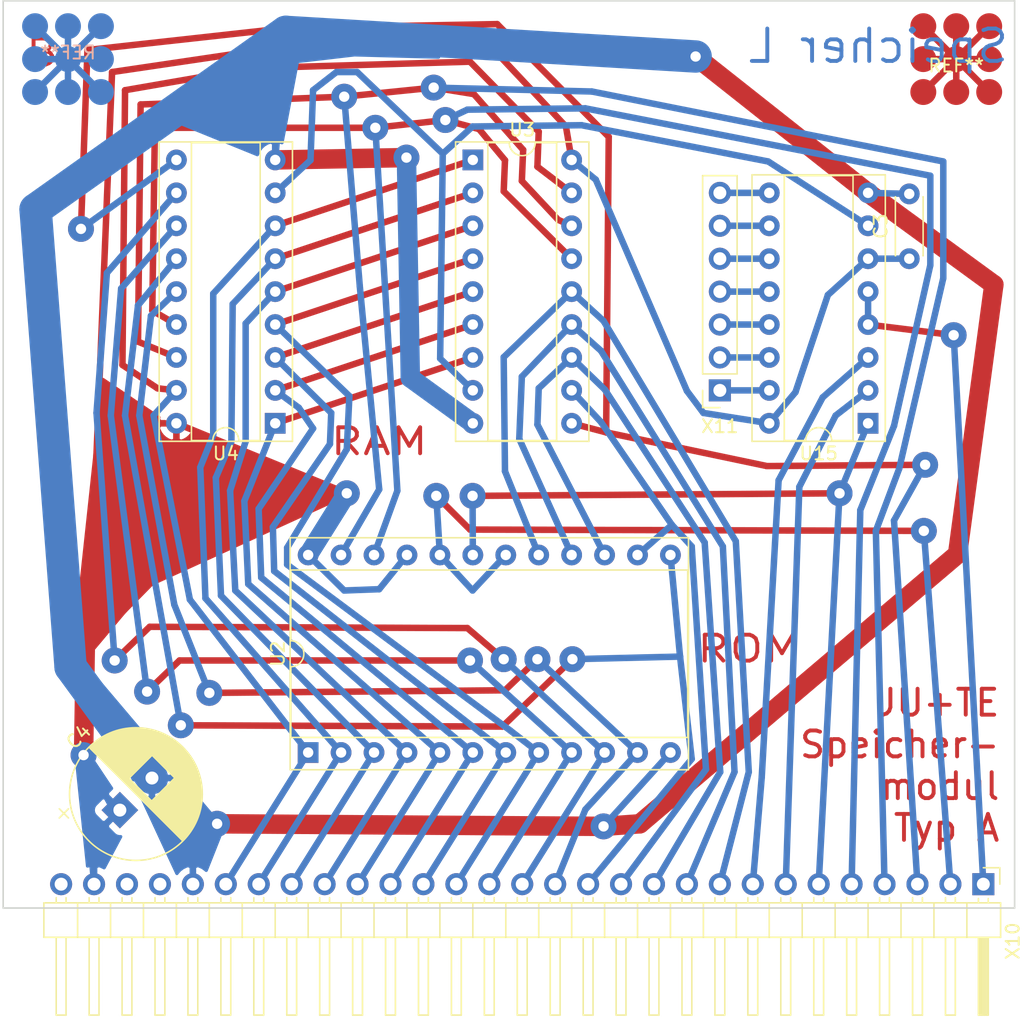
<source format=kicad_pcb>
(kicad_pcb (version 20171130) (host pcbnew 5.1.10)

  (general
    (thickness 1.6)
    (drawings 9)
    (tracks 268)
    (zones 0)
    (modules 10)
    (nets 38)
  )

  (page A4)
  (title_block
    (title "Speichermodul Typ A")
    (date 29.11.21)
    (rev 1)
    (company Jugend+Technik)
    (comment 1 Bert)
  )

  (layers
    (0 F.Cu signal)
    (31 B.Cu signal)
    (32 B.Adhes user)
    (33 F.Adhes user)
    (34 B.Paste user)
    (35 F.Paste user)
    (36 B.SilkS user)
    (37 F.SilkS user)
    (38 B.Mask user)
    (39 F.Mask user)
    (40 Dwgs.User user)
    (41 Cmts.User user)
    (42 Eco1.User user)
    (43 Eco2.User user)
    (44 Edge.Cuts user)
    (45 Margin user)
    (46 B.CrtYd user)
    (47 F.CrtYd user)
    (48 B.Fab user)
    (49 F.Fab user)
  )

  (setup
    (last_trace_width 0.5)
    (trace_clearance 0.5)
    (zone_clearance 0.508)
    (zone_45_only no)
    (trace_min 0.2)
    (via_size 2)
    (via_drill 0.8)
    (via_min_size 0.4)
    (via_min_drill 0.3)
    (uvia_size 0.3)
    (uvia_drill 0.1)
    (uvias_allowed no)
    (uvia_min_size 0.2)
    (uvia_min_drill 0.1)
    (edge_width 0.12)
    (segment_width 0.12)
    (pcb_text_width 0.3)
    (pcb_text_size 1.5 1.5)
    (mod_edge_width 0.12)
    (mod_text_size 1 1)
    (mod_text_width 0.15)
    (pad_size 1.524 1.524)
    (pad_drill 0.762)
    (pad_to_mask_clearance 0)
    (aux_axis_origin 0 0)
    (visible_elements FFFFFF7F)
    (pcbplotparams
      (layerselection 0x01000_ffffffff)
      (usegerberextensions false)
      (usegerberattributes true)
      (usegerberadvancedattributes true)
      (creategerberjobfile false)
      (excludeedgelayer true)
      (linewidth 0.100000)
      (plotframeref false)
      (viasonmask false)
      (mode 1)
      (useauxorigin false)
      (hpglpennumber 1)
      (hpglpenspeed 20)
      (hpglpendiameter 15.000000)
      (psnegative false)
      (psa4output false)
      (plotreference true)
      (plotvalue true)
      (plotinvisibletext false)
      (padsonsilk false)
      (subtractmaskfromsilk false)
      (outputformat 1)
      (mirror false)
      (drillshape 0)
      (scaleselection 1)
      (outputdirectory "output_gerber"))
  )

  (net 0 "")
  (net 1 GND)
  (net 2 +5P)
  (net 3 /A8)
  (net 4 /D2)
  (net 5 /A9)
  (net 6 /D1)
  (net 7 /D0)
  (net 8 ~CSB)
  (net 9 /A0)
  (net 10 /A10)
  (net 11 /A1)
  (net 12 /A2)
  (net 13 /D7)
  (net 14 /A3)
  (net 15 /D6)
  (net 16 /A4)
  (net 17 /D5)
  (net 18 /A5)
  (net 19 /D4)
  (net 20 /A6)
  (net 21 /D3)
  (net 22 /A7)
  (net 23 "Net-(U15-Pad7)")
  (net 24 R~W)
  (net 25 "Net-(U15-Pad15)")
  (net 26 "Net-(U15-Pad14)")
  (net 27 "Net-(U15-Pad13)")
  (net 28 /~CSA)
  (net 29 "Net-(U15-Pad12)")
  (net 30 "Net-(U15-Pad11)")
  (net 31 /A12)
  (net 32 "Net-(U15-Pad10)")
  (net 33 /A11)
  (net 34 "Net-(U15-Pad9)")
  (net 35 "Net-(X10-Pad29)")
  (net 36 "Net-(X10-Pad27)")
  (net 37 "Net-(X10-Pad26)")

  (net_class Default "Dies ist die voreingestellte Netzklasse."
    (clearance 0.5)
    (trace_width 0.5)
    (via_dia 2)
    (via_drill 0.8)
    (uvia_dia 0.3)
    (uvia_drill 0.1)
    (add_net +5P)
    (add_net /A0)
    (add_net /A1)
    (add_net /A10)
    (add_net /A11)
    (add_net /A12)
    (add_net /A2)
    (add_net /A3)
    (add_net /A4)
    (add_net /A5)
    (add_net /A6)
    (add_net /A7)
    (add_net /A8)
    (add_net /A9)
    (add_net /D0)
    (add_net /D1)
    (add_net /D2)
    (add_net /D3)
    (add_net /D4)
    (add_net /D5)
    (add_net /D6)
    (add_net /D7)
    (add_net /~CSA)
    (add_net GND)
    (add_net "Net-(U15-Pad10)")
    (add_net "Net-(U15-Pad11)")
    (add_net "Net-(U15-Pad12)")
    (add_net "Net-(U15-Pad13)")
    (add_net "Net-(U15-Pad14)")
    (add_net "Net-(U15-Pad15)")
    (add_net "Net-(U15-Pad7)")
    (add_net "Net-(U15-Pad9)")
    (add_net "Net-(X10-Pad26)")
    (add_net "Net-(X10-Pad27)")
    (add_net "Net-(X10-Pad29)")
    (add_net R~W)
    (add_net ~CSB)
  )

  (module Capacitor_THT:CP_Radial_D10.0mm_P3.50mm (layer F.Cu) (tedit 5AE50EF0) (tstamp 61A5F1B3)
    (at 122 129.445 45)
    (descr "CP, Radial series, Radial, pin pitch=3.50mm, , diameter=10mm, Electrolytic Capacitor")
    (tags "CP Radial series Radial pin pitch 3.50mm  diameter 10mm Electrolytic Capacitor")
    (path /6128318F)
    (fp_text reference C4 (at 1.75 -6.25 45) (layer F.SilkS)
      (effects (font (size 1 1) (thickness 0.15)))
    )
    (fp_text value 100µF/16V (at 1.75 6.25 45) (layer F.Fab)
      (effects (font (size 1 1) (thickness 0.15)))
    )
    (fp_text user %R (at 1.75 0 45) (layer F.Fab)
      (effects (font (size 1 1) (thickness 0.15)))
    )
    (fp_circle (center 1.75 0) (end 6.75 0) (layer F.Fab) (width 0.1))
    (fp_circle (center 1.75 0) (end 6.87 0) (layer F.SilkS) (width 0.12))
    (fp_circle (center 1.75 0) (end 7 0) (layer F.CrtYd) (width 0.05))
    (fp_line (start -2.538861 -2.1875) (end -1.538861 -2.1875) (layer F.Fab) (width 0.1))
    (fp_line (start -2.038861 -2.6875) (end -2.038861 -1.6875) (layer F.Fab) (width 0.1))
    (fp_line (start 1.75 -5.08) (end 1.75 5.08) (layer F.SilkS) (width 0.12))
    (fp_line (start 1.79 -5.08) (end 1.79 5.08) (layer F.SilkS) (width 0.12))
    (fp_line (start 1.83 -5.08) (end 1.83 5.08) (layer F.SilkS) (width 0.12))
    (fp_line (start 1.87 -5.079) (end 1.87 5.079) (layer F.SilkS) (width 0.12))
    (fp_line (start 1.91 -5.078) (end 1.91 5.078) (layer F.SilkS) (width 0.12))
    (fp_line (start 1.95 -5.077) (end 1.95 5.077) (layer F.SilkS) (width 0.12))
    (fp_line (start 1.99 -5.075) (end 1.99 5.075) (layer F.SilkS) (width 0.12))
    (fp_line (start 2.03 -5.073) (end 2.03 5.073) (layer F.SilkS) (width 0.12))
    (fp_line (start 2.07 -5.07) (end 2.07 5.07) (layer F.SilkS) (width 0.12))
    (fp_line (start 2.11 -5.068) (end 2.11 5.068) (layer F.SilkS) (width 0.12))
    (fp_line (start 2.15 -5.065) (end 2.15 5.065) (layer F.SilkS) (width 0.12))
    (fp_line (start 2.19 -5.062) (end 2.19 5.062) (layer F.SilkS) (width 0.12))
    (fp_line (start 2.23 -5.058) (end 2.23 5.058) (layer F.SilkS) (width 0.12))
    (fp_line (start 2.27 -5.054) (end 2.27 -1.241) (layer F.SilkS) (width 0.12))
    (fp_line (start 2.27 1.241) (end 2.27 5.054) (layer F.SilkS) (width 0.12))
    (fp_line (start 2.31 -5.05) (end 2.31 -1.241) (layer F.SilkS) (width 0.12))
    (fp_line (start 2.31 1.241) (end 2.31 5.05) (layer F.SilkS) (width 0.12))
    (fp_line (start 2.35 -5.045) (end 2.35 -1.241) (layer F.SilkS) (width 0.12))
    (fp_line (start 2.35 1.241) (end 2.35 5.045) (layer F.SilkS) (width 0.12))
    (fp_line (start 2.39 -5.04) (end 2.39 -1.241) (layer F.SilkS) (width 0.12))
    (fp_line (start 2.39 1.241) (end 2.39 5.04) (layer F.SilkS) (width 0.12))
    (fp_line (start 2.43 -5.035) (end 2.43 -1.241) (layer F.SilkS) (width 0.12))
    (fp_line (start 2.43 1.241) (end 2.43 5.035) (layer F.SilkS) (width 0.12))
    (fp_line (start 2.471 -5.03) (end 2.471 -1.241) (layer F.SilkS) (width 0.12))
    (fp_line (start 2.471 1.241) (end 2.471 5.03) (layer F.SilkS) (width 0.12))
    (fp_line (start 2.511 -5.024) (end 2.511 -1.241) (layer F.SilkS) (width 0.12))
    (fp_line (start 2.511 1.241) (end 2.511 5.024) (layer F.SilkS) (width 0.12))
    (fp_line (start 2.551 -5.018) (end 2.551 -1.241) (layer F.SilkS) (width 0.12))
    (fp_line (start 2.551 1.241) (end 2.551 5.018) (layer F.SilkS) (width 0.12))
    (fp_line (start 2.591 -5.011) (end 2.591 -1.241) (layer F.SilkS) (width 0.12))
    (fp_line (start 2.591 1.241) (end 2.591 5.011) (layer F.SilkS) (width 0.12))
    (fp_line (start 2.631 -5.004) (end 2.631 -1.241) (layer F.SilkS) (width 0.12))
    (fp_line (start 2.631 1.241) (end 2.631 5.004) (layer F.SilkS) (width 0.12))
    (fp_line (start 2.671 -4.997) (end 2.671 -1.241) (layer F.SilkS) (width 0.12))
    (fp_line (start 2.671 1.241) (end 2.671 4.997) (layer F.SilkS) (width 0.12))
    (fp_line (start 2.711 -4.99) (end 2.711 -1.241) (layer F.SilkS) (width 0.12))
    (fp_line (start 2.711 1.241) (end 2.711 4.99) (layer F.SilkS) (width 0.12))
    (fp_line (start 2.751 -4.982) (end 2.751 -1.241) (layer F.SilkS) (width 0.12))
    (fp_line (start 2.751 1.241) (end 2.751 4.982) (layer F.SilkS) (width 0.12))
    (fp_line (start 2.791 -4.974) (end 2.791 -1.241) (layer F.SilkS) (width 0.12))
    (fp_line (start 2.791 1.241) (end 2.791 4.974) (layer F.SilkS) (width 0.12))
    (fp_line (start 2.831 -4.965) (end 2.831 -1.241) (layer F.SilkS) (width 0.12))
    (fp_line (start 2.831 1.241) (end 2.831 4.965) (layer F.SilkS) (width 0.12))
    (fp_line (start 2.871 -4.956) (end 2.871 -1.241) (layer F.SilkS) (width 0.12))
    (fp_line (start 2.871 1.241) (end 2.871 4.956) (layer F.SilkS) (width 0.12))
    (fp_line (start 2.911 -4.947) (end 2.911 -1.241) (layer F.SilkS) (width 0.12))
    (fp_line (start 2.911 1.241) (end 2.911 4.947) (layer F.SilkS) (width 0.12))
    (fp_line (start 2.951 -4.938) (end 2.951 -1.241) (layer F.SilkS) (width 0.12))
    (fp_line (start 2.951 1.241) (end 2.951 4.938) (layer F.SilkS) (width 0.12))
    (fp_line (start 2.991 -4.928) (end 2.991 -1.241) (layer F.SilkS) (width 0.12))
    (fp_line (start 2.991 1.241) (end 2.991 4.928) (layer F.SilkS) (width 0.12))
    (fp_line (start 3.031 -4.918) (end 3.031 -1.241) (layer F.SilkS) (width 0.12))
    (fp_line (start 3.031 1.241) (end 3.031 4.918) (layer F.SilkS) (width 0.12))
    (fp_line (start 3.071 -4.907) (end 3.071 -1.241) (layer F.SilkS) (width 0.12))
    (fp_line (start 3.071 1.241) (end 3.071 4.907) (layer F.SilkS) (width 0.12))
    (fp_line (start 3.111 -4.897) (end 3.111 -1.241) (layer F.SilkS) (width 0.12))
    (fp_line (start 3.111 1.241) (end 3.111 4.897) (layer F.SilkS) (width 0.12))
    (fp_line (start 3.151 -4.885) (end 3.151 -1.241) (layer F.SilkS) (width 0.12))
    (fp_line (start 3.151 1.241) (end 3.151 4.885) (layer F.SilkS) (width 0.12))
    (fp_line (start 3.191 -4.874) (end 3.191 -1.241) (layer F.SilkS) (width 0.12))
    (fp_line (start 3.191 1.241) (end 3.191 4.874) (layer F.SilkS) (width 0.12))
    (fp_line (start 3.231 -4.862) (end 3.231 -1.241) (layer F.SilkS) (width 0.12))
    (fp_line (start 3.231 1.241) (end 3.231 4.862) (layer F.SilkS) (width 0.12))
    (fp_line (start 3.271 -4.85) (end 3.271 -1.241) (layer F.SilkS) (width 0.12))
    (fp_line (start 3.271 1.241) (end 3.271 4.85) (layer F.SilkS) (width 0.12))
    (fp_line (start 3.311 -4.837) (end 3.311 -1.241) (layer F.SilkS) (width 0.12))
    (fp_line (start 3.311 1.241) (end 3.311 4.837) (layer F.SilkS) (width 0.12))
    (fp_line (start 3.351 -4.824) (end 3.351 -1.241) (layer F.SilkS) (width 0.12))
    (fp_line (start 3.351 1.241) (end 3.351 4.824) (layer F.SilkS) (width 0.12))
    (fp_line (start 3.391 -4.811) (end 3.391 -1.241) (layer F.SilkS) (width 0.12))
    (fp_line (start 3.391 1.241) (end 3.391 4.811) (layer F.SilkS) (width 0.12))
    (fp_line (start 3.431 -4.797) (end 3.431 -1.241) (layer F.SilkS) (width 0.12))
    (fp_line (start 3.431 1.241) (end 3.431 4.797) (layer F.SilkS) (width 0.12))
    (fp_line (start 3.471 -4.783) (end 3.471 -1.241) (layer F.SilkS) (width 0.12))
    (fp_line (start 3.471 1.241) (end 3.471 4.783) (layer F.SilkS) (width 0.12))
    (fp_line (start 3.511 -4.768) (end 3.511 -1.241) (layer F.SilkS) (width 0.12))
    (fp_line (start 3.511 1.241) (end 3.511 4.768) (layer F.SilkS) (width 0.12))
    (fp_line (start 3.551 -4.754) (end 3.551 -1.241) (layer F.SilkS) (width 0.12))
    (fp_line (start 3.551 1.241) (end 3.551 4.754) (layer F.SilkS) (width 0.12))
    (fp_line (start 3.591 -4.738) (end 3.591 -1.241) (layer F.SilkS) (width 0.12))
    (fp_line (start 3.591 1.241) (end 3.591 4.738) (layer F.SilkS) (width 0.12))
    (fp_line (start 3.631 -4.723) (end 3.631 -1.241) (layer F.SilkS) (width 0.12))
    (fp_line (start 3.631 1.241) (end 3.631 4.723) (layer F.SilkS) (width 0.12))
    (fp_line (start 3.671 -4.707) (end 3.671 -1.241) (layer F.SilkS) (width 0.12))
    (fp_line (start 3.671 1.241) (end 3.671 4.707) (layer F.SilkS) (width 0.12))
    (fp_line (start 3.711 -4.69) (end 3.711 -1.241) (layer F.SilkS) (width 0.12))
    (fp_line (start 3.711 1.241) (end 3.711 4.69) (layer F.SilkS) (width 0.12))
    (fp_line (start 3.751 -4.674) (end 3.751 -1.241) (layer F.SilkS) (width 0.12))
    (fp_line (start 3.751 1.241) (end 3.751 4.674) (layer F.SilkS) (width 0.12))
    (fp_line (start 3.791 -4.657) (end 3.791 -1.241) (layer F.SilkS) (width 0.12))
    (fp_line (start 3.791 1.241) (end 3.791 4.657) (layer F.SilkS) (width 0.12))
    (fp_line (start 3.831 -4.639) (end 3.831 -1.241) (layer F.SilkS) (width 0.12))
    (fp_line (start 3.831 1.241) (end 3.831 4.639) (layer F.SilkS) (width 0.12))
    (fp_line (start 3.871 -4.621) (end 3.871 -1.241) (layer F.SilkS) (width 0.12))
    (fp_line (start 3.871 1.241) (end 3.871 4.621) (layer F.SilkS) (width 0.12))
    (fp_line (start 3.911 -4.603) (end 3.911 -1.241) (layer F.SilkS) (width 0.12))
    (fp_line (start 3.911 1.241) (end 3.911 4.603) (layer F.SilkS) (width 0.12))
    (fp_line (start 3.951 -4.584) (end 3.951 -1.241) (layer F.SilkS) (width 0.12))
    (fp_line (start 3.951 1.241) (end 3.951 4.584) (layer F.SilkS) (width 0.12))
    (fp_line (start 3.991 -4.564) (end 3.991 -1.241) (layer F.SilkS) (width 0.12))
    (fp_line (start 3.991 1.241) (end 3.991 4.564) (layer F.SilkS) (width 0.12))
    (fp_line (start 4.031 -4.545) (end 4.031 -1.241) (layer F.SilkS) (width 0.12))
    (fp_line (start 4.031 1.241) (end 4.031 4.545) (layer F.SilkS) (width 0.12))
    (fp_line (start 4.071 -4.525) (end 4.071 -1.241) (layer F.SilkS) (width 0.12))
    (fp_line (start 4.071 1.241) (end 4.071 4.525) (layer F.SilkS) (width 0.12))
    (fp_line (start 4.111 -4.504) (end 4.111 -1.241) (layer F.SilkS) (width 0.12))
    (fp_line (start 4.111 1.241) (end 4.111 4.504) (layer F.SilkS) (width 0.12))
    (fp_line (start 4.151 -4.483) (end 4.151 -1.241) (layer F.SilkS) (width 0.12))
    (fp_line (start 4.151 1.241) (end 4.151 4.483) (layer F.SilkS) (width 0.12))
    (fp_line (start 4.191 -4.462) (end 4.191 -1.241) (layer F.SilkS) (width 0.12))
    (fp_line (start 4.191 1.241) (end 4.191 4.462) (layer F.SilkS) (width 0.12))
    (fp_line (start 4.231 -4.44) (end 4.231 -1.241) (layer F.SilkS) (width 0.12))
    (fp_line (start 4.231 1.241) (end 4.231 4.44) (layer F.SilkS) (width 0.12))
    (fp_line (start 4.271 -4.417) (end 4.271 -1.241) (layer F.SilkS) (width 0.12))
    (fp_line (start 4.271 1.241) (end 4.271 4.417) (layer F.SilkS) (width 0.12))
    (fp_line (start 4.311 -4.395) (end 4.311 -1.241) (layer F.SilkS) (width 0.12))
    (fp_line (start 4.311 1.241) (end 4.311 4.395) (layer F.SilkS) (width 0.12))
    (fp_line (start 4.351 -4.371) (end 4.351 -1.241) (layer F.SilkS) (width 0.12))
    (fp_line (start 4.351 1.241) (end 4.351 4.371) (layer F.SilkS) (width 0.12))
    (fp_line (start 4.391 -4.347) (end 4.391 -1.241) (layer F.SilkS) (width 0.12))
    (fp_line (start 4.391 1.241) (end 4.391 4.347) (layer F.SilkS) (width 0.12))
    (fp_line (start 4.431 -4.323) (end 4.431 -1.241) (layer F.SilkS) (width 0.12))
    (fp_line (start 4.431 1.241) (end 4.431 4.323) (layer F.SilkS) (width 0.12))
    (fp_line (start 4.471 -4.298) (end 4.471 -1.241) (layer F.SilkS) (width 0.12))
    (fp_line (start 4.471 1.241) (end 4.471 4.298) (layer F.SilkS) (width 0.12))
    (fp_line (start 4.511 -4.273) (end 4.511 -1.241) (layer F.SilkS) (width 0.12))
    (fp_line (start 4.511 1.241) (end 4.511 4.273) (layer F.SilkS) (width 0.12))
    (fp_line (start 4.551 -4.247) (end 4.551 -1.241) (layer F.SilkS) (width 0.12))
    (fp_line (start 4.551 1.241) (end 4.551 4.247) (layer F.SilkS) (width 0.12))
    (fp_line (start 4.591 -4.221) (end 4.591 -1.241) (layer F.SilkS) (width 0.12))
    (fp_line (start 4.591 1.241) (end 4.591 4.221) (layer F.SilkS) (width 0.12))
    (fp_line (start 4.631 -4.194) (end 4.631 -1.241) (layer F.SilkS) (width 0.12))
    (fp_line (start 4.631 1.241) (end 4.631 4.194) (layer F.SilkS) (width 0.12))
    (fp_line (start 4.671 -4.166) (end 4.671 -1.241) (layer F.SilkS) (width 0.12))
    (fp_line (start 4.671 1.241) (end 4.671 4.166) (layer F.SilkS) (width 0.12))
    (fp_line (start 4.711 -4.138) (end 4.711 -1.241) (layer F.SilkS) (width 0.12))
    (fp_line (start 4.711 1.241) (end 4.711 4.138) (layer F.SilkS) (width 0.12))
    (fp_line (start 4.751 -4.11) (end 4.751 4.11) (layer F.SilkS) (width 0.12))
    (fp_line (start 4.791 -4.08) (end 4.791 4.08) (layer F.SilkS) (width 0.12))
    (fp_line (start 4.831 -4.05) (end 4.831 4.05) (layer F.SilkS) (width 0.12))
    (fp_line (start 4.871 -4.02) (end 4.871 4.02) (layer F.SilkS) (width 0.12))
    (fp_line (start 4.911 -3.989) (end 4.911 3.989) (layer F.SilkS) (width 0.12))
    (fp_line (start 4.951 -3.957) (end 4.951 3.957) (layer F.SilkS) (width 0.12))
    (fp_line (start 4.991 -3.925) (end 4.991 3.925) (layer F.SilkS) (width 0.12))
    (fp_line (start 5.031 -3.892) (end 5.031 3.892) (layer F.SilkS) (width 0.12))
    (fp_line (start 5.071 -3.858) (end 5.071 3.858) (layer F.SilkS) (width 0.12))
    (fp_line (start 5.111 -3.824) (end 5.111 3.824) (layer F.SilkS) (width 0.12))
    (fp_line (start 5.151 -3.789) (end 5.151 3.789) (layer F.SilkS) (width 0.12))
    (fp_line (start 5.191 -3.753) (end 5.191 3.753) (layer F.SilkS) (width 0.12))
    (fp_line (start 5.231 -3.716) (end 5.231 3.716) (layer F.SilkS) (width 0.12))
    (fp_line (start 5.271 -3.679) (end 5.271 3.679) (layer F.SilkS) (width 0.12))
    (fp_line (start 5.311 -3.64) (end 5.311 3.64) (layer F.SilkS) (width 0.12))
    (fp_line (start 5.351 -3.601) (end 5.351 3.601) (layer F.SilkS) (width 0.12))
    (fp_line (start 5.391 -3.561) (end 5.391 3.561) (layer F.SilkS) (width 0.12))
    (fp_line (start 5.431 -3.52) (end 5.431 3.52) (layer F.SilkS) (width 0.12))
    (fp_line (start 5.471 -3.478) (end 5.471 3.478) (layer F.SilkS) (width 0.12))
    (fp_line (start 5.511 -3.436) (end 5.511 3.436) (layer F.SilkS) (width 0.12))
    (fp_line (start 5.551 -3.392) (end 5.551 3.392) (layer F.SilkS) (width 0.12))
    (fp_line (start 5.591 -3.347) (end 5.591 3.347) (layer F.SilkS) (width 0.12))
    (fp_line (start 5.631 -3.301) (end 5.631 3.301) (layer F.SilkS) (width 0.12))
    (fp_line (start 5.671 -3.254) (end 5.671 3.254) (layer F.SilkS) (width 0.12))
    (fp_line (start 5.711 -3.206) (end 5.711 3.206) (layer F.SilkS) (width 0.12))
    (fp_line (start 5.751 -3.156) (end 5.751 3.156) (layer F.SilkS) (width 0.12))
    (fp_line (start 5.791 -3.106) (end 5.791 3.106) (layer F.SilkS) (width 0.12))
    (fp_line (start 5.831 -3.054) (end 5.831 3.054) (layer F.SilkS) (width 0.12))
    (fp_line (start 5.871 -3) (end 5.871 3) (layer F.SilkS) (width 0.12))
    (fp_line (start 5.911 -2.945) (end 5.911 2.945) (layer F.SilkS) (width 0.12))
    (fp_line (start 5.951 -2.889) (end 5.951 2.889) (layer F.SilkS) (width 0.12))
    (fp_line (start 5.991 -2.83) (end 5.991 2.83) (layer F.SilkS) (width 0.12))
    (fp_line (start 6.031 -2.77) (end 6.031 2.77) (layer F.SilkS) (width 0.12))
    (fp_line (start 6.071 -2.709) (end 6.071 2.709) (layer F.SilkS) (width 0.12))
    (fp_line (start 6.111 -2.645) (end 6.111 2.645) (layer F.SilkS) (width 0.12))
    (fp_line (start 6.151 -2.579) (end 6.151 2.579) (layer F.SilkS) (width 0.12))
    (fp_line (start 6.191 -2.51) (end 6.191 2.51) (layer F.SilkS) (width 0.12))
    (fp_line (start 6.231 -2.439) (end 6.231 2.439) (layer F.SilkS) (width 0.12))
    (fp_line (start 6.271 -2.365) (end 6.271 2.365) (layer F.SilkS) (width 0.12))
    (fp_line (start 6.311 -2.289) (end 6.311 2.289) (layer F.SilkS) (width 0.12))
    (fp_line (start 6.351 -2.209) (end 6.351 2.209) (layer F.SilkS) (width 0.12))
    (fp_line (start 6.391 -2.125) (end 6.391 2.125) (layer F.SilkS) (width 0.12))
    (fp_line (start 6.431 -2.037) (end 6.431 2.037) (layer F.SilkS) (width 0.12))
    (fp_line (start 6.471 -1.944) (end 6.471 1.944) (layer F.SilkS) (width 0.12))
    (fp_line (start 6.511 -1.846) (end 6.511 1.846) (layer F.SilkS) (width 0.12))
    (fp_line (start 6.551 -1.742) (end 6.551 1.742) (layer F.SilkS) (width 0.12))
    (fp_line (start 6.591 -1.63) (end 6.591 1.63) (layer F.SilkS) (width 0.12))
    (fp_line (start 6.631 -1.51) (end 6.631 1.51) (layer F.SilkS) (width 0.12))
    (fp_line (start 6.671 -1.378) (end 6.671 1.378) (layer F.SilkS) (width 0.12))
    (fp_line (start 6.711 -1.23) (end 6.711 1.23) (layer F.SilkS) (width 0.12))
    (fp_line (start 6.751 -1.062) (end 6.751 1.062) (layer F.SilkS) (width 0.12))
    (fp_line (start 6.791 -0.862) (end 6.791 0.862) (layer F.SilkS) (width 0.12))
    (fp_line (start 6.831 -0.599) (end 6.831 0.599) (layer F.SilkS) (width 0.12))
    (fp_line (start -3.729646 -2.875) (end -2.729646 -2.875) (layer F.SilkS) (width 0.12))
    (fp_line (start -3.229646 -3.375) (end -3.229646 -2.375) (layer F.SilkS) (width 0.12))
    (pad 2 thru_hole circle (at 3.5 0 45) (size 2 2) (drill 1) (layers *.Cu *.Mask)
      (net 1 GND))
    (pad 1 thru_hole rect (at 0 0 45) (size 2 2) (drill 1) (layers *.Cu *.Mask)
      (net 2 +5P))
    (model ${KISYS3DMOD}/Capacitor_THT.3dshapes/CP_Radial_D10.0mm_P3.50mm.wrl
      (at (xyz 0 0 0))
      (scale (xyz 1 1 1))
      (rotate (xyz 0 0 0))
    )
  )

  (module Tiny2k_Bauteile:jute_pcb_logo (layer B.Cu) (tedit 61A4582B) (tstamp 61A5AD95)
    (at 118 71.5)
    (fp_text reference REF** (at 0 -0.5) (layer B.SilkS)
      (effects (font (size 1 1) (thickness 0.15)) (justify mirror))
    )
    (fp_text value jute_pcb_logo (at 0 0.5) (layer B.Fab)
      (effects (font (size 1 1) (thickness 0.15)) (justify mirror))
    )
    (pad 2 smd rect (at 0 0 225) (size 0.5 7) (layers B.Cu B.Paste B.Mask))
    (pad 2 smd rect (at 0 0 315) (size 0.5 7) (layers B.Cu B.Paste B.Mask))
    (pad 2 smd rect (at 0 0 270) (size 0.5 5.08) (layers B.Cu B.Paste B.Mask))
    (pad 2 smd rect (at 0 0) (size 0.5 5.08) (layers B.Cu B.Paste B.Mask))
    (pad 1 smd circle (at -2.54 0) (size 2 2) (layers B.Cu B.Paste B.Mask))
    (pad 1 smd circle (at -2.54 -2.54) (size 2 2) (layers B.Cu B.Paste B.Mask))
    (pad 1 smd circle (at 0 -2.54) (size 2 2) (layers B.Cu B.Paste B.Mask))
    (pad 1 smd circle (at 2.54 -2.54) (size 2 2) (layers B.Cu B.Paste B.Mask))
    (pad 1 smd circle (at 2.54 0) (size 2 2) (layers B.Cu B.Paste B.Mask))
    (pad 1 smd circle (at 2.54 2.54) (size 2 2) (layers B.Cu B.Paste B.Mask))
    (pad 1 smd circle (at 0 2.54) (size 2 2) (layers B.Cu B.Paste B.Mask))
    (pad 1 smd circle (at -2.54 2.54) (size 2 2) (layers B.Cu B.Paste B.Mask))
    (pad 1 smd circle (at 0 0) (size 2 2) (layers B.Cu B.Paste B.Mask))
  )

  (module Tiny2k_Bauteile:jute_pcb_logo (layer F.Cu) (tedit 61A4582B) (tstamp 61A5AD54)
    (at 186.5 71.5)
    (fp_text reference REF** (at 0 0.5) (layer F.SilkS)
      (effects (font (size 1 1) (thickness 0.15)))
    )
    (fp_text value jute_pcb_logo (at 0 -0.5) (layer F.Fab)
      (effects (font (size 1 1) (thickness 0.15)))
    )
    (pad 2 smd rect (at 0 0 135) (size 0.5 7) (layers F.Cu F.Paste F.Mask))
    (pad 2 smd rect (at 0 0 45) (size 0.5 7) (layers F.Cu F.Paste F.Mask))
    (pad 2 smd rect (at 0 0 90) (size 0.5 5.08) (layers F.Cu F.Paste F.Mask))
    (pad 2 smd rect (at 0 0) (size 0.5 5.08) (layers F.Cu F.Paste F.Mask))
    (pad 1 smd circle (at -2.54 0) (size 2 2) (layers F.Cu F.Paste F.Mask))
    (pad 1 smd circle (at -2.54 2.54) (size 2 2) (layers F.Cu F.Paste F.Mask))
    (pad 1 smd circle (at 0 2.54) (size 2 2) (layers F.Cu F.Paste F.Mask))
    (pad 1 smd circle (at 2.54 2.54) (size 2 2) (layers F.Cu F.Paste F.Mask))
    (pad 1 smd circle (at 2.54 0) (size 2 2) (layers F.Cu F.Paste F.Mask))
    (pad 1 smd circle (at 2.54 -2.54) (size 2 2) (layers F.Cu F.Paste F.Mask))
    (pad 1 smd circle (at 0 -2.54) (size 2 2) (layers F.Cu F.Paste F.Mask))
    (pad 1 smd circle (at -2.54 -2.54) (size 2 2) (layers F.Cu F.Paste F.Mask))
    (pad 1 smd circle (at 0 0) (size 2 2) (layers F.Cu F.Paste F.Mask))
  )

  (module Capacitor_THT:C_Disc_D4.3mm_W1.9mm_P5.00mm (layer F.Cu) (tedit 5AE50EF0) (tstamp 61A5A353)
    (at 182.875 86.9 90)
    (descr "C, Disc series, Radial, pin pitch=5.00mm, , diameter*width=4.3*1.9mm^2, Capacitor, http://www.vishay.com/docs/45233/krseries.pdf")
    (tags "C Disc series Radial pin pitch 5.00mm  diameter 4.3mm width 1.9mm Capacitor")
    (path /61A96E83)
    (fp_text reference C3 (at 2.5 -2.2 90) (layer F.SilkS)
      (effects (font (size 1 1) (thickness 0.15)))
    )
    (fp_text value 22nF (at 2.5 2.2 90) (layer F.Fab)
      (effects (font (size 1 1) (thickness 0.15)))
    )
    (fp_text user %R (at 2.5 0 90) (layer F.Fab)
      (effects (font (size 0.86 0.86) (thickness 0.129)))
    )
    (fp_line (start 0.35 -0.95) (end 0.35 0.95) (layer F.Fab) (width 0.1))
    (fp_line (start 0.35 0.95) (end 4.65 0.95) (layer F.Fab) (width 0.1))
    (fp_line (start 4.65 0.95) (end 4.65 -0.95) (layer F.Fab) (width 0.1))
    (fp_line (start 4.65 -0.95) (end 0.35 -0.95) (layer F.Fab) (width 0.1))
    (fp_line (start 0.23 -1.07) (end 4.77 -1.07) (layer F.SilkS) (width 0.12))
    (fp_line (start 0.23 1.07) (end 4.77 1.07) (layer F.SilkS) (width 0.12))
    (fp_line (start 0.23 -1.07) (end 0.23 -1.055) (layer F.SilkS) (width 0.12))
    (fp_line (start 0.23 1.055) (end 0.23 1.07) (layer F.SilkS) (width 0.12))
    (fp_line (start 4.77 -1.07) (end 4.77 -1.055) (layer F.SilkS) (width 0.12))
    (fp_line (start 4.77 1.055) (end 4.77 1.07) (layer F.SilkS) (width 0.12))
    (fp_line (start -1.05 -1.2) (end -1.05 1.2) (layer F.CrtYd) (width 0.05))
    (fp_line (start -1.05 1.2) (end 6.05 1.2) (layer F.CrtYd) (width 0.05))
    (fp_line (start 6.05 1.2) (end 6.05 -1.2) (layer F.CrtYd) (width 0.05))
    (fp_line (start 6.05 -1.2) (end -1.05 -1.2) (layer F.CrtYd) (width 0.05))
    (pad 2 thru_hole circle (at 5 0 90) (size 1.6 1.6) (drill 0.8) (layers *.Cu *.Mask)
      (net 1 GND))
    (pad 1 thru_hole circle (at 0 0 90) (size 1.6 1.6) (drill 0.8) (layers *.Cu *.Mask)
      (net 2 +5P))
    (model ${KISYS3DMOD}/Capacitor_THT.3dshapes/C_Disc_D4.3mm_W1.9mm_P5.00mm.wrl
      (at (xyz 0 0 0))
      (scale (xyz 1 1 1))
      (rotate (xyz 0 0 0))
    )
  )

  (module Connector_PinSocket_2.54mm:PinSocket_1x07_P2.54mm_Vertical (layer F.Cu) (tedit 5A19A433) (tstamp 61A57BC4)
    (at 168.27 97.06 180)
    (descr "Through hole straight socket strip, 1x07, 2.54mm pitch, single row (from Kicad 4.0.7), script generated")
    (tags "Through hole socket strip THT 1x07 2.54mm single row")
    (path /61A55074)
    (fp_text reference X11 (at 0 -2.77) (layer F.SilkS)
      (effects (font (size 1 1) (thickness 0.15)))
    )
    (fp_text value selects (at 0 18.01) (layer F.Fab)
      (effects (font (size 1 1) (thickness 0.15)))
    )
    (fp_text user %R (at 0 7.62 90) (layer F.Fab)
      (effects (font (size 1 1) (thickness 0.15)))
    )
    (fp_line (start -1.27 -1.27) (end 0.635 -1.27) (layer F.Fab) (width 0.1))
    (fp_line (start 0.635 -1.27) (end 1.27 -0.635) (layer F.Fab) (width 0.1))
    (fp_line (start 1.27 -0.635) (end 1.27 16.51) (layer F.Fab) (width 0.1))
    (fp_line (start 1.27 16.51) (end -1.27 16.51) (layer F.Fab) (width 0.1))
    (fp_line (start -1.27 16.51) (end -1.27 -1.27) (layer F.Fab) (width 0.1))
    (fp_line (start -1.33 1.27) (end 1.33 1.27) (layer F.SilkS) (width 0.12))
    (fp_line (start -1.33 1.27) (end -1.33 16.57) (layer F.SilkS) (width 0.12))
    (fp_line (start -1.33 16.57) (end 1.33 16.57) (layer F.SilkS) (width 0.12))
    (fp_line (start 1.33 1.27) (end 1.33 16.57) (layer F.SilkS) (width 0.12))
    (fp_line (start 1.33 -1.33) (end 1.33 0) (layer F.SilkS) (width 0.12))
    (fp_line (start 0 -1.33) (end 1.33 -1.33) (layer F.SilkS) (width 0.12))
    (fp_line (start -1.8 -1.8) (end 1.75 -1.8) (layer F.CrtYd) (width 0.05))
    (fp_line (start 1.75 -1.8) (end 1.75 17) (layer F.CrtYd) (width 0.05))
    (fp_line (start 1.75 17) (end -1.8 17) (layer F.CrtYd) (width 0.05))
    (fp_line (start -1.8 17) (end -1.8 -1.8) (layer F.CrtYd) (width 0.05))
    (pad 7 thru_hole oval (at 0 15.24 180) (size 1.7 1.7) (drill 1) (layers *.Cu *.Mask)
      (net 34 "Net-(U15-Pad9)"))
    (pad 6 thru_hole oval (at 0 12.7 180) (size 1.7 1.7) (drill 1) (layers *.Cu *.Mask)
      (net 32 "Net-(U15-Pad10)"))
    (pad 5 thru_hole oval (at 0 10.16 180) (size 1.7 1.7) (drill 1) (layers *.Cu *.Mask)
      (net 30 "Net-(U15-Pad11)"))
    (pad 4 thru_hole oval (at 0 7.62 180) (size 1.7 1.7) (drill 1) (layers *.Cu *.Mask)
      (net 29 "Net-(U15-Pad12)"))
    (pad 3 thru_hole oval (at 0 5.08 180) (size 1.7 1.7) (drill 1) (layers *.Cu *.Mask)
      (net 27 "Net-(U15-Pad13)"))
    (pad 2 thru_hole oval (at 0 2.54 180) (size 1.7 1.7) (drill 1) (layers *.Cu *.Mask)
      (net 26 "Net-(U15-Pad14)"))
    (pad 1 thru_hole rect (at 0 0 180) (size 1.7 1.7) (drill 1) (layers *.Cu *.Mask)
      (net 25 "Net-(U15-Pad15)"))
    (model ${KISYS3DMOD}/Connector_PinSocket_2.54mm.3dshapes/PinSocket_1x07_P2.54mm_Vertical.wrl
      (at (xyz 0 0 0))
      (scale (xyz 1 1 1))
      (rotate (xyz 0 0 0))
    )
  )

  (module Connector_PinHeader_2.54mm:PinHeader_1x29_P2.54mm_Horizontal (layer F.Cu) (tedit 59FED5CB) (tstamp 61A57BA9)
    (at 188.59 135.16 270)
    (descr "Through hole angled pin header, 1x29, 2.54mm pitch, 6mm pin length, single row")
    (tags "Through hole angled pin header THT 1x29 2.54mm single row")
    (path /61413EF1)
    (fp_text reference X10 (at 4.385 -2.27 90) (layer F.SilkS)
      (effects (font (size 1 1) (thickness 0.15)))
    )
    (fp_text value Sp.-Modul (at 4.385 73.39 90) (layer F.Fab)
      (effects (font (size 1 1) (thickness 0.15)))
    )
    (fp_text user %R (at 2.77 35.56) (layer F.Fab)
      (effects (font (size 1 1) (thickness 0.15)))
    )
    (fp_line (start 2.135 -1.27) (end 4.04 -1.27) (layer F.Fab) (width 0.1))
    (fp_line (start 4.04 -1.27) (end 4.04 72.39) (layer F.Fab) (width 0.1))
    (fp_line (start 4.04 72.39) (end 1.5 72.39) (layer F.Fab) (width 0.1))
    (fp_line (start 1.5 72.39) (end 1.5 -0.635) (layer F.Fab) (width 0.1))
    (fp_line (start 1.5 -0.635) (end 2.135 -1.27) (layer F.Fab) (width 0.1))
    (fp_line (start -0.32 -0.32) (end 1.5 -0.32) (layer F.Fab) (width 0.1))
    (fp_line (start -0.32 -0.32) (end -0.32 0.32) (layer F.Fab) (width 0.1))
    (fp_line (start -0.32 0.32) (end 1.5 0.32) (layer F.Fab) (width 0.1))
    (fp_line (start 4.04 -0.32) (end 10.04 -0.32) (layer F.Fab) (width 0.1))
    (fp_line (start 10.04 -0.32) (end 10.04 0.32) (layer F.Fab) (width 0.1))
    (fp_line (start 4.04 0.32) (end 10.04 0.32) (layer F.Fab) (width 0.1))
    (fp_line (start -0.32 2.22) (end 1.5 2.22) (layer F.Fab) (width 0.1))
    (fp_line (start -0.32 2.22) (end -0.32 2.86) (layer F.Fab) (width 0.1))
    (fp_line (start -0.32 2.86) (end 1.5 2.86) (layer F.Fab) (width 0.1))
    (fp_line (start 4.04 2.22) (end 10.04 2.22) (layer F.Fab) (width 0.1))
    (fp_line (start 10.04 2.22) (end 10.04 2.86) (layer F.Fab) (width 0.1))
    (fp_line (start 4.04 2.86) (end 10.04 2.86) (layer F.Fab) (width 0.1))
    (fp_line (start -0.32 4.76) (end 1.5 4.76) (layer F.Fab) (width 0.1))
    (fp_line (start -0.32 4.76) (end -0.32 5.4) (layer F.Fab) (width 0.1))
    (fp_line (start -0.32 5.4) (end 1.5 5.4) (layer F.Fab) (width 0.1))
    (fp_line (start 4.04 4.76) (end 10.04 4.76) (layer F.Fab) (width 0.1))
    (fp_line (start 10.04 4.76) (end 10.04 5.4) (layer F.Fab) (width 0.1))
    (fp_line (start 4.04 5.4) (end 10.04 5.4) (layer F.Fab) (width 0.1))
    (fp_line (start -0.32 7.3) (end 1.5 7.3) (layer F.Fab) (width 0.1))
    (fp_line (start -0.32 7.3) (end -0.32 7.94) (layer F.Fab) (width 0.1))
    (fp_line (start -0.32 7.94) (end 1.5 7.94) (layer F.Fab) (width 0.1))
    (fp_line (start 4.04 7.3) (end 10.04 7.3) (layer F.Fab) (width 0.1))
    (fp_line (start 10.04 7.3) (end 10.04 7.94) (layer F.Fab) (width 0.1))
    (fp_line (start 4.04 7.94) (end 10.04 7.94) (layer F.Fab) (width 0.1))
    (fp_line (start -0.32 9.84) (end 1.5 9.84) (layer F.Fab) (width 0.1))
    (fp_line (start -0.32 9.84) (end -0.32 10.48) (layer F.Fab) (width 0.1))
    (fp_line (start -0.32 10.48) (end 1.5 10.48) (layer F.Fab) (width 0.1))
    (fp_line (start 4.04 9.84) (end 10.04 9.84) (layer F.Fab) (width 0.1))
    (fp_line (start 10.04 9.84) (end 10.04 10.48) (layer F.Fab) (width 0.1))
    (fp_line (start 4.04 10.48) (end 10.04 10.48) (layer F.Fab) (width 0.1))
    (fp_line (start -0.32 12.38) (end 1.5 12.38) (layer F.Fab) (width 0.1))
    (fp_line (start -0.32 12.38) (end -0.32 13.02) (layer F.Fab) (width 0.1))
    (fp_line (start -0.32 13.02) (end 1.5 13.02) (layer F.Fab) (width 0.1))
    (fp_line (start 4.04 12.38) (end 10.04 12.38) (layer F.Fab) (width 0.1))
    (fp_line (start 10.04 12.38) (end 10.04 13.02) (layer F.Fab) (width 0.1))
    (fp_line (start 4.04 13.02) (end 10.04 13.02) (layer F.Fab) (width 0.1))
    (fp_line (start -0.32 14.92) (end 1.5 14.92) (layer F.Fab) (width 0.1))
    (fp_line (start -0.32 14.92) (end -0.32 15.56) (layer F.Fab) (width 0.1))
    (fp_line (start -0.32 15.56) (end 1.5 15.56) (layer F.Fab) (width 0.1))
    (fp_line (start 4.04 14.92) (end 10.04 14.92) (layer F.Fab) (width 0.1))
    (fp_line (start 10.04 14.92) (end 10.04 15.56) (layer F.Fab) (width 0.1))
    (fp_line (start 4.04 15.56) (end 10.04 15.56) (layer F.Fab) (width 0.1))
    (fp_line (start -0.32 17.46) (end 1.5 17.46) (layer F.Fab) (width 0.1))
    (fp_line (start -0.32 17.46) (end -0.32 18.1) (layer F.Fab) (width 0.1))
    (fp_line (start -0.32 18.1) (end 1.5 18.1) (layer F.Fab) (width 0.1))
    (fp_line (start 4.04 17.46) (end 10.04 17.46) (layer F.Fab) (width 0.1))
    (fp_line (start 10.04 17.46) (end 10.04 18.1) (layer F.Fab) (width 0.1))
    (fp_line (start 4.04 18.1) (end 10.04 18.1) (layer F.Fab) (width 0.1))
    (fp_line (start -0.32 20) (end 1.5 20) (layer F.Fab) (width 0.1))
    (fp_line (start -0.32 20) (end -0.32 20.64) (layer F.Fab) (width 0.1))
    (fp_line (start -0.32 20.64) (end 1.5 20.64) (layer F.Fab) (width 0.1))
    (fp_line (start 4.04 20) (end 10.04 20) (layer F.Fab) (width 0.1))
    (fp_line (start 10.04 20) (end 10.04 20.64) (layer F.Fab) (width 0.1))
    (fp_line (start 4.04 20.64) (end 10.04 20.64) (layer F.Fab) (width 0.1))
    (fp_line (start -0.32 22.54) (end 1.5 22.54) (layer F.Fab) (width 0.1))
    (fp_line (start -0.32 22.54) (end -0.32 23.18) (layer F.Fab) (width 0.1))
    (fp_line (start -0.32 23.18) (end 1.5 23.18) (layer F.Fab) (width 0.1))
    (fp_line (start 4.04 22.54) (end 10.04 22.54) (layer F.Fab) (width 0.1))
    (fp_line (start 10.04 22.54) (end 10.04 23.18) (layer F.Fab) (width 0.1))
    (fp_line (start 4.04 23.18) (end 10.04 23.18) (layer F.Fab) (width 0.1))
    (fp_line (start -0.32 25.08) (end 1.5 25.08) (layer F.Fab) (width 0.1))
    (fp_line (start -0.32 25.08) (end -0.32 25.72) (layer F.Fab) (width 0.1))
    (fp_line (start -0.32 25.72) (end 1.5 25.72) (layer F.Fab) (width 0.1))
    (fp_line (start 4.04 25.08) (end 10.04 25.08) (layer F.Fab) (width 0.1))
    (fp_line (start 10.04 25.08) (end 10.04 25.72) (layer F.Fab) (width 0.1))
    (fp_line (start 4.04 25.72) (end 10.04 25.72) (layer F.Fab) (width 0.1))
    (fp_line (start -0.32 27.62) (end 1.5 27.62) (layer F.Fab) (width 0.1))
    (fp_line (start -0.32 27.62) (end -0.32 28.26) (layer F.Fab) (width 0.1))
    (fp_line (start -0.32 28.26) (end 1.5 28.26) (layer F.Fab) (width 0.1))
    (fp_line (start 4.04 27.62) (end 10.04 27.62) (layer F.Fab) (width 0.1))
    (fp_line (start 10.04 27.62) (end 10.04 28.26) (layer F.Fab) (width 0.1))
    (fp_line (start 4.04 28.26) (end 10.04 28.26) (layer F.Fab) (width 0.1))
    (fp_line (start -0.32 30.16) (end 1.5 30.16) (layer F.Fab) (width 0.1))
    (fp_line (start -0.32 30.16) (end -0.32 30.8) (layer F.Fab) (width 0.1))
    (fp_line (start -0.32 30.8) (end 1.5 30.8) (layer F.Fab) (width 0.1))
    (fp_line (start 4.04 30.16) (end 10.04 30.16) (layer F.Fab) (width 0.1))
    (fp_line (start 10.04 30.16) (end 10.04 30.8) (layer F.Fab) (width 0.1))
    (fp_line (start 4.04 30.8) (end 10.04 30.8) (layer F.Fab) (width 0.1))
    (fp_line (start -0.32 32.7) (end 1.5 32.7) (layer F.Fab) (width 0.1))
    (fp_line (start -0.32 32.7) (end -0.32 33.34) (layer F.Fab) (width 0.1))
    (fp_line (start -0.32 33.34) (end 1.5 33.34) (layer F.Fab) (width 0.1))
    (fp_line (start 4.04 32.7) (end 10.04 32.7) (layer F.Fab) (width 0.1))
    (fp_line (start 10.04 32.7) (end 10.04 33.34) (layer F.Fab) (width 0.1))
    (fp_line (start 4.04 33.34) (end 10.04 33.34) (layer F.Fab) (width 0.1))
    (fp_line (start -0.32 35.24) (end 1.5 35.24) (layer F.Fab) (width 0.1))
    (fp_line (start -0.32 35.24) (end -0.32 35.88) (layer F.Fab) (width 0.1))
    (fp_line (start -0.32 35.88) (end 1.5 35.88) (layer F.Fab) (width 0.1))
    (fp_line (start 4.04 35.24) (end 10.04 35.24) (layer F.Fab) (width 0.1))
    (fp_line (start 10.04 35.24) (end 10.04 35.88) (layer F.Fab) (width 0.1))
    (fp_line (start 4.04 35.88) (end 10.04 35.88) (layer F.Fab) (width 0.1))
    (fp_line (start -0.32 37.78) (end 1.5 37.78) (layer F.Fab) (width 0.1))
    (fp_line (start -0.32 37.78) (end -0.32 38.42) (layer F.Fab) (width 0.1))
    (fp_line (start -0.32 38.42) (end 1.5 38.42) (layer F.Fab) (width 0.1))
    (fp_line (start 4.04 37.78) (end 10.04 37.78) (layer F.Fab) (width 0.1))
    (fp_line (start 10.04 37.78) (end 10.04 38.42) (layer F.Fab) (width 0.1))
    (fp_line (start 4.04 38.42) (end 10.04 38.42) (layer F.Fab) (width 0.1))
    (fp_line (start -0.32 40.32) (end 1.5 40.32) (layer F.Fab) (width 0.1))
    (fp_line (start -0.32 40.32) (end -0.32 40.96) (layer F.Fab) (width 0.1))
    (fp_line (start -0.32 40.96) (end 1.5 40.96) (layer F.Fab) (width 0.1))
    (fp_line (start 4.04 40.32) (end 10.04 40.32) (layer F.Fab) (width 0.1))
    (fp_line (start 10.04 40.32) (end 10.04 40.96) (layer F.Fab) (width 0.1))
    (fp_line (start 4.04 40.96) (end 10.04 40.96) (layer F.Fab) (width 0.1))
    (fp_line (start -0.32 42.86) (end 1.5 42.86) (layer F.Fab) (width 0.1))
    (fp_line (start -0.32 42.86) (end -0.32 43.5) (layer F.Fab) (width 0.1))
    (fp_line (start -0.32 43.5) (end 1.5 43.5) (layer F.Fab) (width 0.1))
    (fp_line (start 4.04 42.86) (end 10.04 42.86) (layer F.Fab) (width 0.1))
    (fp_line (start 10.04 42.86) (end 10.04 43.5) (layer F.Fab) (width 0.1))
    (fp_line (start 4.04 43.5) (end 10.04 43.5) (layer F.Fab) (width 0.1))
    (fp_line (start -0.32 45.4) (end 1.5 45.4) (layer F.Fab) (width 0.1))
    (fp_line (start -0.32 45.4) (end -0.32 46.04) (layer F.Fab) (width 0.1))
    (fp_line (start -0.32 46.04) (end 1.5 46.04) (layer F.Fab) (width 0.1))
    (fp_line (start 4.04 45.4) (end 10.04 45.4) (layer F.Fab) (width 0.1))
    (fp_line (start 10.04 45.4) (end 10.04 46.04) (layer F.Fab) (width 0.1))
    (fp_line (start 4.04 46.04) (end 10.04 46.04) (layer F.Fab) (width 0.1))
    (fp_line (start -0.32 47.94) (end 1.5 47.94) (layer F.Fab) (width 0.1))
    (fp_line (start -0.32 47.94) (end -0.32 48.58) (layer F.Fab) (width 0.1))
    (fp_line (start -0.32 48.58) (end 1.5 48.58) (layer F.Fab) (width 0.1))
    (fp_line (start 4.04 47.94) (end 10.04 47.94) (layer F.Fab) (width 0.1))
    (fp_line (start 10.04 47.94) (end 10.04 48.58) (layer F.Fab) (width 0.1))
    (fp_line (start 4.04 48.58) (end 10.04 48.58) (layer F.Fab) (width 0.1))
    (fp_line (start -0.32 50.48) (end 1.5 50.48) (layer F.Fab) (width 0.1))
    (fp_line (start -0.32 50.48) (end -0.32 51.12) (layer F.Fab) (width 0.1))
    (fp_line (start -0.32 51.12) (end 1.5 51.12) (layer F.Fab) (width 0.1))
    (fp_line (start 4.04 50.48) (end 10.04 50.48) (layer F.Fab) (width 0.1))
    (fp_line (start 10.04 50.48) (end 10.04 51.12) (layer F.Fab) (width 0.1))
    (fp_line (start 4.04 51.12) (end 10.04 51.12) (layer F.Fab) (width 0.1))
    (fp_line (start -0.32 53.02) (end 1.5 53.02) (layer F.Fab) (width 0.1))
    (fp_line (start -0.32 53.02) (end -0.32 53.66) (layer F.Fab) (width 0.1))
    (fp_line (start -0.32 53.66) (end 1.5 53.66) (layer F.Fab) (width 0.1))
    (fp_line (start 4.04 53.02) (end 10.04 53.02) (layer F.Fab) (width 0.1))
    (fp_line (start 10.04 53.02) (end 10.04 53.66) (layer F.Fab) (width 0.1))
    (fp_line (start 4.04 53.66) (end 10.04 53.66) (layer F.Fab) (width 0.1))
    (fp_line (start -0.32 55.56) (end 1.5 55.56) (layer F.Fab) (width 0.1))
    (fp_line (start -0.32 55.56) (end -0.32 56.2) (layer F.Fab) (width 0.1))
    (fp_line (start -0.32 56.2) (end 1.5 56.2) (layer F.Fab) (width 0.1))
    (fp_line (start 4.04 55.56) (end 10.04 55.56) (layer F.Fab) (width 0.1))
    (fp_line (start 10.04 55.56) (end 10.04 56.2) (layer F.Fab) (width 0.1))
    (fp_line (start 4.04 56.2) (end 10.04 56.2) (layer F.Fab) (width 0.1))
    (fp_line (start -0.32 58.1) (end 1.5 58.1) (layer F.Fab) (width 0.1))
    (fp_line (start -0.32 58.1) (end -0.32 58.74) (layer F.Fab) (width 0.1))
    (fp_line (start -0.32 58.74) (end 1.5 58.74) (layer F.Fab) (width 0.1))
    (fp_line (start 4.04 58.1) (end 10.04 58.1) (layer F.Fab) (width 0.1))
    (fp_line (start 10.04 58.1) (end 10.04 58.74) (layer F.Fab) (width 0.1))
    (fp_line (start 4.04 58.74) (end 10.04 58.74) (layer F.Fab) (width 0.1))
    (fp_line (start -0.32 60.64) (end 1.5 60.64) (layer F.Fab) (width 0.1))
    (fp_line (start -0.32 60.64) (end -0.32 61.28) (layer F.Fab) (width 0.1))
    (fp_line (start -0.32 61.28) (end 1.5 61.28) (layer F.Fab) (width 0.1))
    (fp_line (start 4.04 60.64) (end 10.04 60.64) (layer F.Fab) (width 0.1))
    (fp_line (start 10.04 60.64) (end 10.04 61.28) (layer F.Fab) (width 0.1))
    (fp_line (start 4.04 61.28) (end 10.04 61.28) (layer F.Fab) (width 0.1))
    (fp_line (start -0.32 63.18) (end 1.5 63.18) (layer F.Fab) (width 0.1))
    (fp_line (start -0.32 63.18) (end -0.32 63.82) (layer F.Fab) (width 0.1))
    (fp_line (start -0.32 63.82) (end 1.5 63.82) (layer F.Fab) (width 0.1))
    (fp_line (start 4.04 63.18) (end 10.04 63.18) (layer F.Fab) (width 0.1))
    (fp_line (start 10.04 63.18) (end 10.04 63.82) (layer F.Fab) (width 0.1))
    (fp_line (start 4.04 63.82) (end 10.04 63.82) (layer F.Fab) (width 0.1))
    (fp_line (start -0.32 65.72) (end 1.5 65.72) (layer F.Fab) (width 0.1))
    (fp_line (start -0.32 65.72) (end -0.32 66.36) (layer F.Fab) (width 0.1))
    (fp_line (start -0.32 66.36) (end 1.5 66.36) (layer F.Fab) (width 0.1))
    (fp_line (start 4.04 65.72) (end 10.04 65.72) (layer F.Fab) (width 0.1))
    (fp_line (start 10.04 65.72) (end 10.04 66.36) (layer F.Fab) (width 0.1))
    (fp_line (start 4.04 66.36) (end 10.04 66.36) (layer F.Fab) (width 0.1))
    (fp_line (start -0.32 68.26) (end 1.5 68.26) (layer F.Fab) (width 0.1))
    (fp_line (start -0.32 68.26) (end -0.32 68.9) (layer F.Fab) (width 0.1))
    (fp_line (start -0.32 68.9) (end 1.5 68.9) (layer F.Fab) (width 0.1))
    (fp_line (start 4.04 68.26) (end 10.04 68.26) (layer F.Fab) (width 0.1))
    (fp_line (start 10.04 68.26) (end 10.04 68.9) (layer F.Fab) (width 0.1))
    (fp_line (start 4.04 68.9) (end 10.04 68.9) (layer F.Fab) (width 0.1))
    (fp_line (start -0.32 70.8) (end 1.5 70.8) (layer F.Fab) (width 0.1))
    (fp_line (start -0.32 70.8) (end -0.32 71.44) (layer F.Fab) (width 0.1))
    (fp_line (start -0.32 71.44) (end 1.5 71.44) (layer F.Fab) (width 0.1))
    (fp_line (start 4.04 70.8) (end 10.04 70.8) (layer F.Fab) (width 0.1))
    (fp_line (start 10.04 70.8) (end 10.04 71.44) (layer F.Fab) (width 0.1))
    (fp_line (start 4.04 71.44) (end 10.04 71.44) (layer F.Fab) (width 0.1))
    (fp_line (start 1.44 -1.33) (end 1.44 72.45) (layer F.SilkS) (width 0.12))
    (fp_line (start 1.44 72.45) (end 4.1 72.45) (layer F.SilkS) (width 0.12))
    (fp_line (start 4.1 72.45) (end 4.1 -1.33) (layer F.SilkS) (width 0.12))
    (fp_line (start 4.1 -1.33) (end 1.44 -1.33) (layer F.SilkS) (width 0.12))
    (fp_line (start 4.1 -0.38) (end 10.1 -0.38) (layer F.SilkS) (width 0.12))
    (fp_line (start 10.1 -0.38) (end 10.1 0.38) (layer F.SilkS) (width 0.12))
    (fp_line (start 10.1 0.38) (end 4.1 0.38) (layer F.SilkS) (width 0.12))
    (fp_line (start 4.1 -0.32) (end 10.1 -0.32) (layer F.SilkS) (width 0.12))
    (fp_line (start 4.1 -0.2) (end 10.1 -0.2) (layer F.SilkS) (width 0.12))
    (fp_line (start 4.1 -0.08) (end 10.1 -0.08) (layer F.SilkS) (width 0.12))
    (fp_line (start 4.1 0.04) (end 10.1 0.04) (layer F.SilkS) (width 0.12))
    (fp_line (start 4.1 0.16) (end 10.1 0.16) (layer F.SilkS) (width 0.12))
    (fp_line (start 4.1 0.28) (end 10.1 0.28) (layer F.SilkS) (width 0.12))
    (fp_line (start 1.11 -0.38) (end 1.44 -0.38) (layer F.SilkS) (width 0.12))
    (fp_line (start 1.11 0.38) (end 1.44 0.38) (layer F.SilkS) (width 0.12))
    (fp_line (start 1.44 1.27) (end 4.1 1.27) (layer F.SilkS) (width 0.12))
    (fp_line (start 4.1 2.16) (end 10.1 2.16) (layer F.SilkS) (width 0.12))
    (fp_line (start 10.1 2.16) (end 10.1 2.92) (layer F.SilkS) (width 0.12))
    (fp_line (start 10.1 2.92) (end 4.1 2.92) (layer F.SilkS) (width 0.12))
    (fp_line (start 1.042929 2.16) (end 1.44 2.16) (layer F.SilkS) (width 0.12))
    (fp_line (start 1.042929 2.92) (end 1.44 2.92) (layer F.SilkS) (width 0.12))
    (fp_line (start 1.44 3.81) (end 4.1 3.81) (layer F.SilkS) (width 0.12))
    (fp_line (start 4.1 4.7) (end 10.1 4.7) (layer F.SilkS) (width 0.12))
    (fp_line (start 10.1 4.7) (end 10.1 5.46) (layer F.SilkS) (width 0.12))
    (fp_line (start 10.1 5.46) (end 4.1 5.46) (layer F.SilkS) (width 0.12))
    (fp_line (start 1.042929 4.7) (end 1.44 4.7) (layer F.SilkS) (width 0.12))
    (fp_line (start 1.042929 5.46) (end 1.44 5.46) (layer F.SilkS) (width 0.12))
    (fp_line (start 1.44 6.35) (end 4.1 6.35) (layer F.SilkS) (width 0.12))
    (fp_line (start 4.1 7.24) (end 10.1 7.24) (layer F.SilkS) (width 0.12))
    (fp_line (start 10.1 7.24) (end 10.1 8) (layer F.SilkS) (width 0.12))
    (fp_line (start 10.1 8) (end 4.1 8) (layer F.SilkS) (width 0.12))
    (fp_line (start 1.042929 7.24) (end 1.44 7.24) (layer F.SilkS) (width 0.12))
    (fp_line (start 1.042929 8) (end 1.44 8) (layer F.SilkS) (width 0.12))
    (fp_line (start 1.44 8.89) (end 4.1 8.89) (layer F.SilkS) (width 0.12))
    (fp_line (start 4.1 9.78) (end 10.1 9.78) (layer F.SilkS) (width 0.12))
    (fp_line (start 10.1 9.78) (end 10.1 10.54) (layer F.SilkS) (width 0.12))
    (fp_line (start 10.1 10.54) (end 4.1 10.54) (layer F.SilkS) (width 0.12))
    (fp_line (start 1.042929 9.78) (end 1.44 9.78) (layer F.SilkS) (width 0.12))
    (fp_line (start 1.042929 10.54) (end 1.44 10.54) (layer F.SilkS) (width 0.12))
    (fp_line (start 1.44 11.43) (end 4.1 11.43) (layer F.SilkS) (width 0.12))
    (fp_line (start 4.1 12.32) (end 10.1 12.32) (layer F.SilkS) (width 0.12))
    (fp_line (start 10.1 12.32) (end 10.1 13.08) (layer F.SilkS) (width 0.12))
    (fp_line (start 10.1 13.08) (end 4.1 13.08) (layer F.SilkS) (width 0.12))
    (fp_line (start 1.042929 12.32) (end 1.44 12.32) (layer F.SilkS) (width 0.12))
    (fp_line (start 1.042929 13.08) (end 1.44 13.08) (layer F.SilkS) (width 0.12))
    (fp_line (start 1.44 13.97) (end 4.1 13.97) (layer F.SilkS) (width 0.12))
    (fp_line (start 4.1 14.86) (end 10.1 14.86) (layer F.SilkS) (width 0.12))
    (fp_line (start 10.1 14.86) (end 10.1 15.62) (layer F.SilkS) (width 0.12))
    (fp_line (start 10.1 15.62) (end 4.1 15.62) (layer F.SilkS) (width 0.12))
    (fp_line (start 1.042929 14.86) (end 1.44 14.86) (layer F.SilkS) (width 0.12))
    (fp_line (start 1.042929 15.62) (end 1.44 15.62) (layer F.SilkS) (width 0.12))
    (fp_line (start 1.44 16.51) (end 4.1 16.51) (layer F.SilkS) (width 0.12))
    (fp_line (start 4.1 17.4) (end 10.1 17.4) (layer F.SilkS) (width 0.12))
    (fp_line (start 10.1 17.4) (end 10.1 18.16) (layer F.SilkS) (width 0.12))
    (fp_line (start 10.1 18.16) (end 4.1 18.16) (layer F.SilkS) (width 0.12))
    (fp_line (start 1.042929 17.4) (end 1.44 17.4) (layer F.SilkS) (width 0.12))
    (fp_line (start 1.042929 18.16) (end 1.44 18.16) (layer F.SilkS) (width 0.12))
    (fp_line (start 1.44 19.05) (end 4.1 19.05) (layer F.SilkS) (width 0.12))
    (fp_line (start 4.1 19.94) (end 10.1 19.94) (layer F.SilkS) (width 0.12))
    (fp_line (start 10.1 19.94) (end 10.1 20.7) (layer F.SilkS) (width 0.12))
    (fp_line (start 10.1 20.7) (end 4.1 20.7) (layer F.SilkS) (width 0.12))
    (fp_line (start 1.042929 19.94) (end 1.44 19.94) (layer F.SilkS) (width 0.12))
    (fp_line (start 1.042929 20.7) (end 1.44 20.7) (layer F.SilkS) (width 0.12))
    (fp_line (start 1.44 21.59) (end 4.1 21.59) (layer F.SilkS) (width 0.12))
    (fp_line (start 4.1 22.48) (end 10.1 22.48) (layer F.SilkS) (width 0.12))
    (fp_line (start 10.1 22.48) (end 10.1 23.24) (layer F.SilkS) (width 0.12))
    (fp_line (start 10.1 23.24) (end 4.1 23.24) (layer F.SilkS) (width 0.12))
    (fp_line (start 1.042929 22.48) (end 1.44 22.48) (layer F.SilkS) (width 0.12))
    (fp_line (start 1.042929 23.24) (end 1.44 23.24) (layer F.SilkS) (width 0.12))
    (fp_line (start 1.44 24.13) (end 4.1 24.13) (layer F.SilkS) (width 0.12))
    (fp_line (start 4.1 25.02) (end 10.1 25.02) (layer F.SilkS) (width 0.12))
    (fp_line (start 10.1 25.02) (end 10.1 25.78) (layer F.SilkS) (width 0.12))
    (fp_line (start 10.1 25.78) (end 4.1 25.78) (layer F.SilkS) (width 0.12))
    (fp_line (start 1.042929 25.02) (end 1.44 25.02) (layer F.SilkS) (width 0.12))
    (fp_line (start 1.042929 25.78) (end 1.44 25.78) (layer F.SilkS) (width 0.12))
    (fp_line (start 1.44 26.67) (end 4.1 26.67) (layer F.SilkS) (width 0.12))
    (fp_line (start 4.1 27.56) (end 10.1 27.56) (layer F.SilkS) (width 0.12))
    (fp_line (start 10.1 27.56) (end 10.1 28.32) (layer F.SilkS) (width 0.12))
    (fp_line (start 10.1 28.32) (end 4.1 28.32) (layer F.SilkS) (width 0.12))
    (fp_line (start 1.042929 27.56) (end 1.44 27.56) (layer F.SilkS) (width 0.12))
    (fp_line (start 1.042929 28.32) (end 1.44 28.32) (layer F.SilkS) (width 0.12))
    (fp_line (start 1.44 29.21) (end 4.1 29.21) (layer F.SilkS) (width 0.12))
    (fp_line (start 4.1 30.1) (end 10.1 30.1) (layer F.SilkS) (width 0.12))
    (fp_line (start 10.1 30.1) (end 10.1 30.86) (layer F.SilkS) (width 0.12))
    (fp_line (start 10.1 30.86) (end 4.1 30.86) (layer F.SilkS) (width 0.12))
    (fp_line (start 1.042929 30.1) (end 1.44 30.1) (layer F.SilkS) (width 0.12))
    (fp_line (start 1.042929 30.86) (end 1.44 30.86) (layer F.SilkS) (width 0.12))
    (fp_line (start 1.44 31.75) (end 4.1 31.75) (layer F.SilkS) (width 0.12))
    (fp_line (start 4.1 32.64) (end 10.1 32.64) (layer F.SilkS) (width 0.12))
    (fp_line (start 10.1 32.64) (end 10.1 33.4) (layer F.SilkS) (width 0.12))
    (fp_line (start 10.1 33.4) (end 4.1 33.4) (layer F.SilkS) (width 0.12))
    (fp_line (start 1.042929 32.64) (end 1.44 32.64) (layer F.SilkS) (width 0.12))
    (fp_line (start 1.042929 33.4) (end 1.44 33.4) (layer F.SilkS) (width 0.12))
    (fp_line (start 1.44 34.29) (end 4.1 34.29) (layer F.SilkS) (width 0.12))
    (fp_line (start 4.1 35.18) (end 10.1 35.18) (layer F.SilkS) (width 0.12))
    (fp_line (start 10.1 35.18) (end 10.1 35.94) (layer F.SilkS) (width 0.12))
    (fp_line (start 10.1 35.94) (end 4.1 35.94) (layer F.SilkS) (width 0.12))
    (fp_line (start 1.042929 35.18) (end 1.44 35.18) (layer F.SilkS) (width 0.12))
    (fp_line (start 1.042929 35.94) (end 1.44 35.94) (layer F.SilkS) (width 0.12))
    (fp_line (start 1.44 36.83) (end 4.1 36.83) (layer F.SilkS) (width 0.12))
    (fp_line (start 4.1 37.72) (end 10.1 37.72) (layer F.SilkS) (width 0.12))
    (fp_line (start 10.1 37.72) (end 10.1 38.48) (layer F.SilkS) (width 0.12))
    (fp_line (start 10.1 38.48) (end 4.1 38.48) (layer F.SilkS) (width 0.12))
    (fp_line (start 1.042929 37.72) (end 1.44 37.72) (layer F.SilkS) (width 0.12))
    (fp_line (start 1.042929 38.48) (end 1.44 38.48) (layer F.SilkS) (width 0.12))
    (fp_line (start 1.44 39.37) (end 4.1 39.37) (layer F.SilkS) (width 0.12))
    (fp_line (start 4.1 40.26) (end 10.1 40.26) (layer F.SilkS) (width 0.12))
    (fp_line (start 10.1 40.26) (end 10.1 41.02) (layer F.SilkS) (width 0.12))
    (fp_line (start 10.1 41.02) (end 4.1 41.02) (layer F.SilkS) (width 0.12))
    (fp_line (start 1.042929 40.26) (end 1.44 40.26) (layer F.SilkS) (width 0.12))
    (fp_line (start 1.042929 41.02) (end 1.44 41.02) (layer F.SilkS) (width 0.12))
    (fp_line (start 1.44 41.91) (end 4.1 41.91) (layer F.SilkS) (width 0.12))
    (fp_line (start 4.1 42.8) (end 10.1 42.8) (layer F.SilkS) (width 0.12))
    (fp_line (start 10.1 42.8) (end 10.1 43.56) (layer F.SilkS) (width 0.12))
    (fp_line (start 10.1 43.56) (end 4.1 43.56) (layer F.SilkS) (width 0.12))
    (fp_line (start 1.042929 42.8) (end 1.44 42.8) (layer F.SilkS) (width 0.12))
    (fp_line (start 1.042929 43.56) (end 1.44 43.56) (layer F.SilkS) (width 0.12))
    (fp_line (start 1.44 44.45) (end 4.1 44.45) (layer F.SilkS) (width 0.12))
    (fp_line (start 4.1 45.34) (end 10.1 45.34) (layer F.SilkS) (width 0.12))
    (fp_line (start 10.1 45.34) (end 10.1 46.1) (layer F.SilkS) (width 0.12))
    (fp_line (start 10.1 46.1) (end 4.1 46.1) (layer F.SilkS) (width 0.12))
    (fp_line (start 1.042929 45.34) (end 1.44 45.34) (layer F.SilkS) (width 0.12))
    (fp_line (start 1.042929 46.1) (end 1.44 46.1) (layer F.SilkS) (width 0.12))
    (fp_line (start 1.44 46.99) (end 4.1 46.99) (layer F.SilkS) (width 0.12))
    (fp_line (start 4.1 47.88) (end 10.1 47.88) (layer F.SilkS) (width 0.12))
    (fp_line (start 10.1 47.88) (end 10.1 48.64) (layer F.SilkS) (width 0.12))
    (fp_line (start 10.1 48.64) (end 4.1 48.64) (layer F.SilkS) (width 0.12))
    (fp_line (start 1.042929 47.88) (end 1.44 47.88) (layer F.SilkS) (width 0.12))
    (fp_line (start 1.042929 48.64) (end 1.44 48.64) (layer F.SilkS) (width 0.12))
    (fp_line (start 1.44 49.53) (end 4.1 49.53) (layer F.SilkS) (width 0.12))
    (fp_line (start 4.1 50.42) (end 10.1 50.42) (layer F.SilkS) (width 0.12))
    (fp_line (start 10.1 50.42) (end 10.1 51.18) (layer F.SilkS) (width 0.12))
    (fp_line (start 10.1 51.18) (end 4.1 51.18) (layer F.SilkS) (width 0.12))
    (fp_line (start 1.042929 50.42) (end 1.44 50.42) (layer F.SilkS) (width 0.12))
    (fp_line (start 1.042929 51.18) (end 1.44 51.18) (layer F.SilkS) (width 0.12))
    (fp_line (start 1.44 52.07) (end 4.1 52.07) (layer F.SilkS) (width 0.12))
    (fp_line (start 4.1 52.96) (end 10.1 52.96) (layer F.SilkS) (width 0.12))
    (fp_line (start 10.1 52.96) (end 10.1 53.72) (layer F.SilkS) (width 0.12))
    (fp_line (start 10.1 53.72) (end 4.1 53.72) (layer F.SilkS) (width 0.12))
    (fp_line (start 1.042929 52.96) (end 1.44 52.96) (layer F.SilkS) (width 0.12))
    (fp_line (start 1.042929 53.72) (end 1.44 53.72) (layer F.SilkS) (width 0.12))
    (fp_line (start 1.44 54.61) (end 4.1 54.61) (layer F.SilkS) (width 0.12))
    (fp_line (start 4.1 55.5) (end 10.1 55.5) (layer F.SilkS) (width 0.12))
    (fp_line (start 10.1 55.5) (end 10.1 56.26) (layer F.SilkS) (width 0.12))
    (fp_line (start 10.1 56.26) (end 4.1 56.26) (layer F.SilkS) (width 0.12))
    (fp_line (start 1.042929 55.5) (end 1.44 55.5) (layer F.SilkS) (width 0.12))
    (fp_line (start 1.042929 56.26) (end 1.44 56.26) (layer F.SilkS) (width 0.12))
    (fp_line (start 1.44 57.15) (end 4.1 57.15) (layer F.SilkS) (width 0.12))
    (fp_line (start 4.1 58.04) (end 10.1 58.04) (layer F.SilkS) (width 0.12))
    (fp_line (start 10.1 58.04) (end 10.1 58.8) (layer F.SilkS) (width 0.12))
    (fp_line (start 10.1 58.8) (end 4.1 58.8) (layer F.SilkS) (width 0.12))
    (fp_line (start 1.042929 58.04) (end 1.44 58.04) (layer F.SilkS) (width 0.12))
    (fp_line (start 1.042929 58.8) (end 1.44 58.8) (layer F.SilkS) (width 0.12))
    (fp_line (start 1.44 59.69) (end 4.1 59.69) (layer F.SilkS) (width 0.12))
    (fp_line (start 4.1 60.58) (end 10.1 60.58) (layer F.SilkS) (width 0.12))
    (fp_line (start 10.1 60.58) (end 10.1 61.34) (layer F.SilkS) (width 0.12))
    (fp_line (start 10.1 61.34) (end 4.1 61.34) (layer F.SilkS) (width 0.12))
    (fp_line (start 1.042929 60.58) (end 1.44 60.58) (layer F.SilkS) (width 0.12))
    (fp_line (start 1.042929 61.34) (end 1.44 61.34) (layer F.SilkS) (width 0.12))
    (fp_line (start 1.44 62.23) (end 4.1 62.23) (layer F.SilkS) (width 0.12))
    (fp_line (start 4.1 63.12) (end 10.1 63.12) (layer F.SilkS) (width 0.12))
    (fp_line (start 10.1 63.12) (end 10.1 63.88) (layer F.SilkS) (width 0.12))
    (fp_line (start 10.1 63.88) (end 4.1 63.88) (layer F.SilkS) (width 0.12))
    (fp_line (start 1.042929 63.12) (end 1.44 63.12) (layer F.SilkS) (width 0.12))
    (fp_line (start 1.042929 63.88) (end 1.44 63.88) (layer F.SilkS) (width 0.12))
    (fp_line (start 1.44 64.77) (end 4.1 64.77) (layer F.SilkS) (width 0.12))
    (fp_line (start 4.1 65.66) (end 10.1 65.66) (layer F.SilkS) (width 0.12))
    (fp_line (start 10.1 65.66) (end 10.1 66.42) (layer F.SilkS) (width 0.12))
    (fp_line (start 10.1 66.42) (end 4.1 66.42) (layer F.SilkS) (width 0.12))
    (fp_line (start 1.042929 65.66) (end 1.44 65.66) (layer F.SilkS) (width 0.12))
    (fp_line (start 1.042929 66.42) (end 1.44 66.42) (layer F.SilkS) (width 0.12))
    (fp_line (start 1.44 67.31) (end 4.1 67.31) (layer F.SilkS) (width 0.12))
    (fp_line (start 4.1 68.2) (end 10.1 68.2) (layer F.SilkS) (width 0.12))
    (fp_line (start 10.1 68.2) (end 10.1 68.96) (layer F.SilkS) (width 0.12))
    (fp_line (start 10.1 68.96) (end 4.1 68.96) (layer F.SilkS) (width 0.12))
    (fp_line (start 1.042929 68.2) (end 1.44 68.2) (layer F.SilkS) (width 0.12))
    (fp_line (start 1.042929 68.96) (end 1.44 68.96) (layer F.SilkS) (width 0.12))
    (fp_line (start 1.44 69.85) (end 4.1 69.85) (layer F.SilkS) (width 0.12))
    (fp_line (start 4.1 70.74) (end 10.1 70.74) (layer F.SilkS) (width 0.12))
    (fp_line (start 10.1 70.74) (end 10.1 71.5) (layer F.SilkS) (width 0.12))
    (fp_line (start 10.1 71.5) (end 4.1 71.5) (layer F.SilkS) (width 0.12))
    (fp_line (start 1.042929 70.74) (end 1.44 70.74) (layer F.SilkS) (width 0.12))
    (fp_line (start 1.042929 71.5) (end 1.44 71.5) (layer F.SilkS) (width 0.12))
    (fp_line (start -1.27 0) (end -1.27 -1.27) (layer F.SilkS) (width 0.12))
    (fp_line (start -1.27 -1.27) (end 0 -1.27) (layer F.SilkS) (width 0.12))
    (fp_line (start -1.8 -1.8) (end -1.8 72.9) (layer F.CrtYd) (width 0.05))
    (fp_line (start -1.8 72.9) (end 10.55 72.9) (layer F.CrtYd) (width 0.05))
    (fp_line (start 10.55 72.9) (end 10.55 -1.8) (layer F.CrtYd) (width 0.05))
    (fp_line (start 10.55 -1.8) (end -1.8 -1.8) (layer F.CrtYd) (width 0.05))
    (pad 29 thru_hole oval (at 0 71.12 270) (size 1.7 1.7) (drill 1) (layers *.Cu *.Mask)
      (net 35 "Net-(X10-Pad29)"))
    (pad 28 thru_hole oval (at 0 68.58 270) (size 1.7 1.7) (drill 1) (layers *.Cu *.Mask)
      (net 2 +5P))
    (pad 27 thru_hole oval (at 0 66.04 270) (size 1.7 1.7) (drill 1) (layers *.Cu *.Mask)
      (net 36 "Net-(X10-Pad27)"))
    (pad 26 thru_hole oval (at 0 63.5 270) (size 1.7 1.7) (drill 1) (layers *.Cu *.Mask)
      (net 37 "Net-(X10-Pad26)"))
    (pad 25 thru_hole oval (at 0 60.96 270) (size 1.7 1.7) (drill 1) (layers *.Cu *.Mask)
      (net 1 GND))
    (pad 24 thru_hole oval (at 0 58.42 270) (size 1.7 1.7) (drill 1) (layers *.Cu *.Mask)
      (net 22 /A7))
    (pad 23 thru_hole oval (at 0 55.88 270) (size 1.7 1.7) (drill 1) (layers *.Cu *.Mask)
      (net 20 /A6))
    (pad 22 thru_hole oval (at 0 53.34 270) (size 1.7 1.7) (drill 1) (layers *.Cu *.Mask)
      (net 18 /A5))
    (pad 21 thru_hole oval (at 0 50.8 270) (size 1.7 1.7) (drill 1) (layers *.Cu *.Mask)
      (net 16 /A4))
    (pad 20 thru_hole oval (at 0 48.26 270) (size 1.7 1.7) (drill 1) (layers *.Cu *.Mask)
      (net 14 /A3))
    (pad 19 thru_hole oval (at 0 45.72 270) (size 1.7 1.7) (drill 1) (layers *.Cu *.Mask)
      (net 12 /A2))
    (pad 18 thru_hole oval (at 0 43.18 270) (size 1.7 1.7) (drill 1) (layers *.Cu *.Mask)
      (net 11 /A1))
    (pad 17 thru_hole oval (at 0 40.64 270) (size 1.7 1.7) (drill 1) (layers *.Cu *.Mask)
      (net 9 /A0))
    (pad 16 thru_hole oval (at 0 38.1 270) (size 1.7 1.7) (drill 1) (layers *.Cu *.Mask)
      (net 7 /D0))
    (pad 15 thru_hole oval (at 0 35.56 270) (size 1.7 1.7) (drill 1) (layers *.Cu *.Mask)
      (net 6 /D1))
    (pad 14 thru_hole oval (at 0 33.02 270) (size 1.7 1.7) (drill 1) (layers *.Cu *.Mask)
      (net 4 /D2))
    (pad 13 thru_hole oval (at 0 30.48 270) (size 1.7 1.7) (drill 1) (layers *.Cu *.Mask)
      (net 21 /D3))
    (pad 12 thru_hole oval (at 0 27.94 270) (size 1.7 1.7) (drill 1) (layers *.Cu *.Mask)
      (net 19 /D4))
    (pad 11 thru_hole oval (at 0 25.4 270) (size 1.7 1.7) (drill 1) (layers *.Cu *.Mask)
      (net 17 /D5))
    (pad 10 thru_hole oval (at 0 22.86 270) (size 1.7 1.7) (drill 1) (layers *.Cu *.Mask)
      (net 15 /D6))
    (pad 9 thru_hole oval (at 0 20.32 270) (size 1.7 1.7) (drill 1) (layers *.Cu *.Mask)
      (net 13 /D7))
    (pad 8 thru_hole oval (at 0 17.78 270) (size 1.7 1.7) (drill 1) (layers *.Cu *.Mask)
      (net 31 /A12))
    (pad 7 thru_hole oval (at 0 15.24 270) (size 1.7 1.7) (drill 1) (layers *.Cu *.Mask)
      (net 33 /A11))
    (pad 6 thru_hole oval (at 0 12.7 270) (size 1.7 1.7) (drill 1) (layers *.Cu *.Mask)
      (net 10 /A10))
    (pad 5 thru_hole oval (at 0 10.16 270) (size 1.7 1.7) (drill 1) (layers *.Cu *.Mask)
      (net 5 /A9))
    (pad 4 thru_hole oval (at 0 7.62 270) (size 1.7 1.7) (drill 1) (layers *.Cu *.Mask)
      (net 3 /A8))
    (pad 3 thru_hole oval (at 0 5.08 270) (size 1.7 1.7) (drill 1) (layers *.Cu *.Mask)
      (net 24 R~W))
    (pad 2 thru_hole oval (at 0 2.54 270) (size 1.7 1.7) (drill 1) (layers *.Cu *.Mask)
      (net 8 ~CSB))
    (pad 1 thru_hole rect (at 0 0 270) (size 1.7 1.7) (drill 1) (layers *.Cu *.Mask)
      (net 28 /~CSA))
    (model ${KISYS3DMOD}/Connector_PinHeader_2.54mm.3dshapes/PinHeader_1x29_P2.54mm_Horizontal.wrl
      (at (xyz 0 0 0))
      (scale (xyz 1 1 1))
      (rotate (xyz 0 0 0))
    )
  )

  (module Package_DIP:DIP-16_W7.62mm_Socket (layer F.Cu) (tedit 5A02E8C5) (tstamp 61A57A17)
    (at 179.7 99.6 180)
    (descr "16-lead though-hole mounted DIP package, row spacing 7.62 mm (300 mils), Socket")
    (tags "THT DIP DIL PDIP 2.54mm 7.62mm 300mil Socket")
    (path /613DAB31)
    (fp_text reference U15 (at 3.81 -2.33) (layer F.SilkS)
      (effects (font (size 1 1) (thickness 0.15)))
    )
    (fp_text value DS8205D (at 3.81 20.11) (layer F.Fab)
      (effects (font (size 1 1) (thickness 0.15)))
    )
    (fp_text user %R (at 3.81 8.89) (layer F.Fab)
      (effects (font (size 1 1) (thickness 0.15)))
    )
    (fp_arc (start 3.81 -1.33) (end 2.81 -1.33) (angle -180) (layer F.SilkS) (width 0.12))
    (fp_line (start 1.635 -1.27) (end 6.985 -1.27) (layer F.Fab) (width 0.1))
    (fp_line (start 6.985 -1.27) (end 6.985 19.05) (layer F.Fab) (width 0.1))
    (fp_line (start 6.985 19.05) (end 0.635 19.05) (layer F.Fab) (width 0.1))
    (fp_line (start 0.635 19.05) (end 0.635 -0.27) (layer F.Fab) (width 0.1))
    (fp_line (start 0.635 -0.27) (end 1.635 -1.27) (layer F.Fab) (width 0.1))
    (fp_line (start -1.27 -1.33) (end -1.27 19.11) (layer F.Fab) (width 0.1))
    (fp_line (start -1.27 19.11) (end 8.89 19.11) (layer F.Fab) (width 0.1))
    (fp_line (start 8.89 19.11) (end 8.89 -1.33) (layer F.Fab) (width 0.1))
    (fp_line (start 8.89 -1.33) (end -1.27 -1.33) (layer F.Fab) (width 0.1))
    (fp_line (start 2.81 -1.33) (end 1.16 -1.33) (layer F.SilkS) (width 0.12))
    (fp_line (start 1.16 -1.33) (end 1.16 19.11) (layer F.SilkS) (width 0.12))
    (fp_line (start 1.16 19.11) (end 6.46 19.11) (layer F.SilkS) (width 0.12))
    (fp_line (start 6.46 19.11) (end 6.46 -1.33) (layer F.SilkS) (width 0.12))
    (fp_line (start 6.46 -1.33) (end 4.81 -1.33) (layer F.SilkS) (width 0.12))
    (fp_line (start -1.33 -1.39) (end -1.33 19.17) (layer F.SilkS) (width 0.12))
    (fp_line (start -1.33 19.17) (end 8.95 19.17) (layer F.SilkS) (width 0.12))
    (fp_line (start 8.95 19.17) (end 8.95 -1.39) (layer F.SilkS) (width 0.12))
    (fp_line (start 8.95 -1.39) (end -1.33 -1.39) (layer F.SilkS) (width 0.12))
    (fp_line (start -1.55 -1.6) (end -1.55 19.4) (layer F.CrtYd) (width 0.05))
    (fp_line (start -1.55 19.4) (end 9.15 19.4) (layer F.CrtYd) (width 0.05))
    (fp_line (start 9.15 19.4) (end 9.15 -1.6) (layer F.CrtYd) (width 0.05))
    (fp_line (start 9.15 -1.6) (end -1.55 -1.6) (layer F.CrtYd) (width 0.05))
    (pad 16 thru_hole oval (at 7.62 0 180) (size 1.6 1.6) (drill 0.8) (layers *.Cu *.Mask)
      (net 2 +5P))
    (pad 8 thru_hole oval (at 0 17.78 180) (size 1.6 1.6) (drill 0.8) (layers *.Cu *.Mask)
      (net 1 GND))
    (pad 15 thru_hole oval (at 7.62 2.54 180) (size 1.6 1.6) (drill 0.8) (layers *.Cu *.Mask)
      (net 25 "Net-(U15-Pad15)"))
    (pad 7 thru_hole oval (at 0 15.24 180) (size 1.6 1.6) (drill 0.8) (layers *.Cu *.Mask)
      (net 23 "Net-(U15-Pad7)"))
    (pad 14 thru_hole oval (at 7.62 5.08 180) (size 1.6 1.6) (drill 0.8) (layers *.Cu *.Mask)
      (net 26 "Net-(U15-Pad14)"))
    (pad 6 thru_hole oval (at 0 12.7 180) (size 1.6 1.6) (drill 0.8) (layers *.Cu *.Mask)
      (net 2 +5P))
    (pad 13 thru_hole oval (at 7.62 7.62 180) (size 1.6 1.6) (drill 0.8) (layers *.Cu *.Mask)
      (net 27 "Net-(U15-Pad13)"))
    (pad 5 thru_hole oval (at 0 10.16 180) (size 1.6 1.6) (drill 0.8) (layers *.Cu *.Mask)
      (net 28 /~CSA))
    (pad 12 thru_hole oval (at 7.62 10.16 180) (size 1.6 1.6) (drill 0.8) (layers *.Cu *.Mask)
      (net 29 "Net-(U15-Pad12)"))
    (pad 4 thru_hole oval (at 0 7.62 180) (size 1.6 1.6) (drill 0.8) (layers *.Cu *.Mask)
      (net 28 /~CSA))
    (pad 11 thru_hole oval (at 7.62 12.7 180) (size 1.6 1.6) (drill 0.8) (layers *.Cu *.Mask)
      (net 30 "Net-(U15-Pad11)"))
    (pad 3 thru_hole oval (at 0 5.08 180) (size 1.6 1.6) (drill 0.8) (layers *.Cu *.Mask)
      (net 31 /A12))
    (pad 10 thru_hole oval (at 7.62 15.24 180) (size 1.6 1.6) (drill 0.8) (layers *.Cu *.Mask)
      (net 32 "Net-(U15-Pad10)"))
    (pad 2 thru_hole oval (at 0 2.54 180) (size 1.6 1.6) (drill 0.8) (layers *.Cu *.Mask)
      (net 33 /A11))
    (pad 9 thru_hole oval (at 7.62 17.78 180) (size 1.6 1.6) (drill 0.8) (layers *.Cu *.Mask)
      (net 34 "Net-(U15-Pad9)"))
    (pad 1 thru_hole rect (at 0 0 180) (size 1.6 1.6) (drill 0.8) (layers *.Cu *.Mask)
      (net 10 /A10))
    (model ${KISYS3DMOD}/Package_DIP.3dshapes/DIP-16_W7.62mm_Socket.wrl
      (at (xyz 0 0 0))
      (scale (xyz 1 1 1))
      (rotate (xyz 0 0 0))
    )
  )

  (module Package_DIP:DIP-18_W7.62mm_Socket (layer F.Cu) (tedit 5A02E8C5) (tstamp 61A579EB)
    (at 133.98 99.6 180)
    (descr "18-lead though-hole mounted DIP package, row spacing 7.62 mm (300 mils), Socket")
    (tags "THT DIP DIL PDIP 2.54mm 7.62mm 300mil Socket")
    (path /60F12601)
    (fp_text reference U4 (at 3.81 -2.33) (layer F.SilkS)
      (effects (font (size 1 1) (thickness 0.15)))
    )
    (fp_text value U214D (at 3.81 22.65) (layer F.Fab)
      (effects (font (size 1 1) (thickness 0.15)))
    )
    (fp_text user %R (at 3.81 10.16) (layer F.Fab)
      (effects (font (size 1 1) (thickness 0.15)))
    )
    (fp_arc (start 3.81 -1.33) (end 2.81 -1.33) (angle -180) (layer F.SilkS) (width 0.12))
    (fp_line (start 1.635 -1.27) (end 6.985 -1.27) (layer F.Fab) (width 0.1))
    (fp_line (start 6.985 -1.27) (end 6.985 21.59) (layer F.Fab) (width 0.1))
    (fp_line (start 6.985 21.59) (end 0.635 21.59) (layer F.Fab) (width 0.1))
    (fp_line (start 0.635 21.59) (end 0.635 -0.27) (layer F.Fab) (width 0.1))
    (fp_line (start 0.635 -0.27) (end 1.635 -1.27) (layer F.Fab) (width 0.1))
    (fp_line (start -1.27 -1.33) (end -1.27 21.65) (layer F.Fab) (width 0.1))
    (fp_line (start -1.27 21.65) (end 8.89 21.65) (layer F.Fab) (width 0.1))
    (fp_line (start 8.89 21.65) (end 8.89 -1.33) (layer F.Fab) (width 0.1))
    (fp_line (start 8.89 -1.33) (end -1.27 -1.33) (layer F.Fab) (width 0.1))
    (fp_line (start 2.81 -1.33) (end 1.16 -1.33) (layer F.SilkS) (width 0.12))
    (fp_line (start 1.16 -1.33) (end 1.16 21.65) (layer F.SilkS) (width 0.12))
    (fp_line (start 1.16 21.65) (end 6.46 21.65) (layer F.SilkS) (width 0.12))
    (fp_line (start 6.46 21.65) (end 6.46 -1.33) (layer F.SilkS) (width 0.12))
    (fp_line (start 6.46 -1.33) (end 4.81 -1.33) (layer F.SilkS) (width 0.12))
    (fp_line (start -1.33 -1.39) (end -1.33 21.71) (layer F.SilkS) (width 0.12))
    (fp_line (start -1.33 21.71) (end 8.95 21.71) (layer F.SilkS) (width 0.12))
    (fp_line (start 8.95 21.71) (end 8.95 -1.39) (layer F.SilkS) (width 0.12))
    (fp_line (start 8.95 -1.39) (end -1.33 -1.39) (layer F.SilkS) (width 0.12))
    (fp_line (start -1.55 -1.6) (end -1.55 21.9) (layer F.CrtYd) (width 0.05))
    (fp_line (start -1.55 21.9) (end 9.15 21.9) (layer F.CrtYd) (width 0.05))
    (fp_line (start 9.15 21.9) (end 9.15 -1.6) (layer F.CrtYd) (width 0.05))
    (fp_line (start 9.15 -1.6) (end -1.55 -1.6) (layer F.CrtYd) (width 0.05))
    (pad 18 thru_hole oval (at 7.62 0 180) (size 1.6 1.6) (drill 0.8) (layers *.Cu *.Mask)
      (net 2 +5P))
    (pad 9 thru_hole oval (at 0 20.32 180) (size 1.6 1.6) (drill 0.8) (layers *.Cu *.Mask)
      (net 1 GND))
    (pad 17 thru_hole oval (at 7.62 2.54 180) (size 1.6 1.6) (drill 0.8) (layers *.Cu *.Mask)
      (net 22 /A7))
    (pad 8 thru_hole oval (at 0 17.78 180) (size 1.6 1.6) (drill 0.8) (layers *.Cu *.Mask)
      (net 23 "Net-(U15-Pad7)"))
    (pad 16 thru_hole oval (at 7.62 5.08 180) (size 1.6 1.6) (drill 0.8) (layers *.Cu *.Mask)
      (net 3 /A8))
    (pad 7 thru_hole oval (at 0 15.24 180) (size 1.6 1.6) (drill 0.8) (layers *.Cu *.Mask)
      (net 20 /A6))
    (pad 15 thru_hole oval (at 7.62 7.62 180) (size 1.6 1.6) (drill 0.8) (layers *.Cu *.Mask)
      (net 5 /A9))
    (pad 6 thru_hole oval (at 0 12.7 180) (size 1.6 1.6) (drill 0.8) (layers *.Cu *.Mask)
      (net 18 /A5))
    (pad 14 thru_hole oval (at 7.62 10.16 180) (size 1.6 1.6) (drill 0.8) (layers *.Cu *.Mask)
      (net 4 /D2))
    (pad 5 thru_hole oval (at 0 10.16 180) (size 1.6 1.6) (drill 0.8) (layers *.Cu *.Mask)
      (net 16 /A4))
    (pad 13 thru_hole oval (at 7.62 12.7 180) (size 1.6 1.6) (drill 0.8) (layers *.Cu *.Mask)
      (net 21 /D3))
    (pad 4 thru_hole oval (at 0 7.62 180) (size 1.6 1.6) (drill 0.8) (layers *.Cu *.Mask)
      (net 9 /A0))
    (pad 12 thru_hole oval (at 7.62 15.24 180) (size 1.6 1.6) (drill 0.8) (layers *.Cu *.Mask)
      (net 7 /D0))
    (pad 3 thru_hole oval (at 0 5.08 180) (size 1.6 1.6) (drill 0.8) (layers *.Cu *.Mask)
      (net 11 /A1))
    (pad 11 thru_hole oval (at 7.62 17.78 180) (size 1.6 1.6) (drill 0.8) (layers *.Cu *.Mask)
      (net 6 /D1))
    (pad 2 thru_hole oval (at 0 2.54 180) (size 1.6 1.6) (drill 0.8) (layers *.Cu *.Mask)
      (net 12 /A2))
    (pad 10 thru_hole oval (at 7.62 20.32 180) (size 1.6 1.6) (drill 0.8) (layers *.Cu *.Mask)
      (net 24 R~W))
    (pad 1 thru_hole rect (at 0 0 180) (size 1.6 1.6) (drill 0.8) (layers *.Cu *.Mask)
      (net 14 /A3))
    (model ${KISYS3DMOD}/Package_DIP.3dshapes/DIP-18_W7.62mm_Socket.wrl
      (at (xyz 0 0 0))
      (scale (xyz 1 1 1))
      (rotate (xyz 0 0 0))
    )
  )

  (module Package_DIP:DIP-18_W7.62mm_Socket (layer F.Cu) (tedit 5A02E8C5) (tstamp 61A5CD7D)
    (at 149.22 79.28)
    (descr "18-lead though-hole mounted DIP package, row spacing 7.62 mm (300 mils), Socket")
    (tags "THT DIP DIL PDIP 2.54mm 7.62mm 300mil Socket")
    (path /60F10598)
    (fp_text reference U3 (at 3.81 -2.33) (layer F.SilkS)
      (effects (font (size 1 1) (thickness 0.15)))
    )
    (fp_text value U214D (at 3.81 22.65) (layer F.Fab)
      (effects (font (size 1 1) (thickness 0.15)))
    )
    (fp_text user %R (at 3.81 10.16) (layer F.Fab)
      (effects (font (size 1 1) (thickness 0.15)))
    )
    (fp_arc (start 3.81 -1.33) (end 2.81 -1.33) (angle -180) (layer F.SilkS) (width 0.12))
    (fp_line (start 1.635 -1.27) (end 6.985 -1.27) (layer F.Fab) (width 0.1))
    (fp_line (start 6.985 -1.27) (end 6.985 21.59) (layer F.Fab) (width 0.1))
    (fp_line (start 6.985 21.59) (end 0.635 21.59) (layer F.Fab) (width 0.1))
    (fp_line (start 0.635 21.59) (end 0.635 -0.27) (layer F.Fab) (width 0.1))
    (fp_line (start 0.635 -0.27) (end 1.635 -1.27) (layer F.Fab) (width 0.1))
    (fp_line (start -1.27 -1.33) (end -1.27 21.65) (layer F.Fab) (width 0.1))
    (fp_line (start -1.27 21.65) (end 8.89 21.65) (layer F.Fab) (width 0.1))
    (fp_line (start 8.89 21.65) (end 8.89 -1.33) (layer F.Fab) (width 0.1))
    (fp_line (start 8.89 -1.33) (end -1.27 -1.33) (layer F.Fab) (width 0.1))
    (fp_line (start 2.81 -1.33) (end 1.16 -1.33) (layer F.SilkS) (width 0.12))
    (fp_line (start 1.16 -1.33) (end 1.16 21.65) (layer F.SilkS) (width 0.12))
    (fp_line (start 1.16 21.65) (end 6.46 21.65) (layer F.SilkS) (width 0.12))
    (fp_line (start 6.46 21.65) (end 6.46 -1.33) (layer F.SilkS) (width 0.12))
    (fp_line (start 6.46 -1.33) (end 4.81 -1.33) (layer F.SilkS) (width 0.12))
    (fp_line (start -1.33 -1.39) (end -1.33 21.71) (layer F.SilkS) (width 0.12))
    (fp_line (start -1.33 21.71) (end 8.95 21.71) (layer F.SilkS) (width 0.12))
    (fp_line (start 8.95 21.71) (end 8.95 -1.39) (layer F.SilkS) (width 0.12))
    (fp_line (start 8.95 -1.39) (end -1.33 -1.39) (layer F.SilkS) (width 0.12))
    (fp_line (start -1.55 -1.6) (end -1.55 21.9) (layer F.CrtYd) (width 0.05))
    (fp_line (start -1.55 21.9) (end 9.15 21.9) (layer F.CrtYd) (width 0.05))
    (fp_line (start 9.15 21.9) (end 9.15 -1.6) (layer F.CrtYd) (width 0.05))
    (fp_line (start 9.15 -1.6) (end -1.55 -1.6) (layer F.CrtYd) (width 0.05))
    (pad 18 thru_hole oval (at 7.62 0) (size 1.6 1.6) (drill 0.8) (layers *.Cu *.Mask)
      (net 2 +5P))
    (pad 9 thru_hole oval (at 0 20.32) (size 1.6 1.6) (drill 0.8) (layers *.Cu *.Mask)
      (net 1 GND))
    (pad 17 thru_hole oval (at 7.62 2.54) (size 1.6 1.6) (drill 0.8) (layers *.Cu *.Mask)
      (net 22 /A7))
    (pad 8 thru_hole oval (at 0 17.78) (size 1.6 1.6) (drill 0.8) (layers *.Cu *.Mask)
      (net 23 "Net-(U15-Pad7)"))
    (pad 16 thru_hole oval (at 7.62 5.08) (size 1.6 1.6) (drill 0.8) (layers *.Cu *.Mask)
      (net 3 /A8))
    (pad 7 thru_hole oval (at 0 15.24) (size 1.6 1.6) (drill 0.8) (layers *.Cu *.Mask)
      (net 14 /A3))
    (pad 15 thru_hole oval (at 7.62 7.62) (size 1.6 1.6) (drill 0.8) (layers *.Cu *.Mask)
      (net 5 /A9))
    (pad 6 thru_hole oval (at 0 12.7) (size 1.6 1.6) (drill 0.8) (layers *.Cu *.Mask)
      (net 12 /A2))
    (pad 14 thru_hole oval (at 7.62 10.16) (size 1.6 1.6) (drill 0.8) (layers *.Cu *.Mask)
      (net 13 /D7))
    (pad 5 thru_hole oval (at 0 10.16) (size 1.6 1.6) (drill 0.8) (layers *.Cu *.Mask)
      (net 11 /A1))
    (pad 13 thru_hole oval (at 7.62 12.7) (size 1.6 1.6) (drill 0.8) (layers *.Cu *.Mask)
      (net 15 /D6))
    (pad 4 thru_hole oval (at 0 7.62) (size 1.6 1.6) (drill 0.8) (layers *.Cu *.Mask)
      (net 9 /A0))
    (pad 12 thru_hole oval (at 7.62 15.24) (size 1.6 1.6) (drill 0.8) (layers *.Cu *.Mask)
      (net 17 /D5))
    (pad 3 thru_hole oval (at 0 5.08) (size 1.6 1.6) (drill 0.8) (layers *.Cu *.Mask)
      (net 16 /A4))
    (pad 11 thru_hole oval (at 7.62 17.78) (size 1.6 1.6) (drill 0.8) (layers *.Cu *.Mask)
      (net 19 /D4))
    (pad 2 thru_hole oval (at 0 2.54) (size 1.6 1.6) (drill 0.8) (layers *.Cu *.Mask)
      (net 18 /A5))
    (pad 10 thru_hole oval (at 7.62 20.32) (size 1.6 1.6) (drill 0.8) (layers *.Cu *.Mask)
      (net 24 R~W))
    (pad 1 thru_hole rect (at 0 0) (size 1.6 1.6) (drill 0.8) (layers *.Cu *.Mask)
      (net 20 /A6))
    (model ${KISYS3DMOD}/Package_DIP.3dshapes/DIP-18_W7.62mm_Socket.wrl
      (at (xyz 0 0 0))
      (scale (xyz 1 1 1))
      (rotate (xyz 0 0 0))
    )
  )

  (module Package_DIP:DIP-24_W15.24mm_Socket (layer F.Cu) (tedit 5A02E8C5) (tstamp 61A5798F)
    (at 136.52 125 90)
    (descr "24-lead though-hole mounted DIP package, row spacing 15.24 mm (600 mils), Socket")
    (tags "THT DIP DIL PDIP 2.54mm 15.24mm 600mil Socket")
    (path /60ECCF1F)
    (fp_text reference U2 (at 7.62 -2.33 90) (layer F.SilkS)
      (effects (font (size 1 1) (thickness 0.15)))
    )
    (fp_text value U2716 (at 7.62 30.27 90) (layer F.Fab)
      (effects (font (size 1 1) (thickness 0.15)))
    )
    (fp_text user %R (at 7.62 13.97 90) (layer F.Fab)
      (effects (font (size 1 1) (thickness 0.15)))
    )
    (fp_arc (start 7.62 -1.33) (end 6.62 -1.33) (angle -180) (layer F.SilkS) (width 0.12))
    (fp_line (start 1.255 -1.27) (end 14.985 -1.27) (layer F.Fab) (width 0.1))
    (fp_line (start 14.985 -1.27) (end 14.985 29.21) (layer F.Fab) (width 0.1))
    (fp_line (start 14.985 29.21) (end 0.255 29.21) (layer F.Fab) (width 0.1))
    (fp_line (start 0.255 29.21) (end 0.255 -0.27) (layer F.Fab) (width 0.1))
    (fp_line (start 0.255 -0.27) (end 1.255 -1.27) (layer F.Fab) (width 0.1))
    (fp_line (start -1.27 -1.33) (end -1.27 29.27) (layer F.Fab) (width 0.1))
    (fp_line (start -1.27 29.27) (end 16.51 29.27) (layer F.Fab) (width 0.1))
    (fp_line (start 16.51 29.27) (end 16.51 -1.33) (layer F.Fab) (width 0.1))
    (fp_line (start 16.51 -1.33) (end -1.27 -1.33) (layer F.Fab) (width 0.1))
    (fp_line (start 6.62 -1.33) (end 1.16 -1.33) (layer F.SilkS) (width 0.12))
    (fp_line (start 1.16 -1.33) (end 1.16 29.27) (layer F.SilkS) (width 0.12))
    (fp_line (start 1.16 29.27) (end 14.08 29.27) (layer F.SilkS) (width 0.12))
    (fp_line (start 14.08 29.27) (end 14.08 -1.33) (layer F.SilkS) (width 0.12))
    (fp_line (start 14.08 -1.33) (end 8.62 -1.33) (layer F.SilkS) (width 0.12))
    (fp_line (start -1.33 -1.39) (end -1.33 29.33) (layer F.SilkS) (width 0.12))
    (fp_line (start -1.33 29.33) (end 16.57 29.33) (layer F.SilkS) (width 0.12))
    (fp_line (start 16.57 29.33) (end 16.57 -1.39) (layer F.SilkS) (width 0.12))
    (fp_line (start 16.57 -1.39) (end -1.33 -1.39) (layer F.SilkS) (width 0.12))
    (fp_line (start -1.55 -1.6) (end -1.55 29.55) (layer F.CrtYd) (width 0.05))
    (fp_line (start -1.55 29.55) (end 16.8 29.55) (layer F.CrtYd) (width 0.05))
    (fp_line (start 16.8 29.55) (end 16.8 -1.6) (layer F.CrtYd) (width 0.05))
    (fp_line (start 16.8 -1.6) (end -1.55 -1.6) (layer F.CrtYd) (width 0.05))
    (pad 24 thru_hole oval (at 15.24 0 90) (size 1.6 1.6) (drill 0.8) (layers *.Cu *.Mask)
      (net 2 +5P))
    (pad 12 thru_hole oval (at 0 27.94 90) (size 1.6 1.6) (drill 0.8) (layers *.Cu *.Mask)
      (net 1 GND))
    (pad 23 thru_hole oval (at 15.24 2.54 90) (size 1.6 1.6) (drill 0.8) (layers *.Cu *.Mask)
      (net 3 /A8))
    (pad 11 thru_hole oval (at 0 25.4 90) (size 1.6 1.6) (drill 0.8) (layers *.Cu *.Mask)
      (net 4 /D2))
    (pad 22 thru_hole oval (at 15.24 5.08 90) (size 1.6 1.6) (drill 0.8) (layers *.Cu *.Mask)
      (net 5 /A9))
    (pad 10 thru_hole oval (at 0 22.86 90) (size 1.6 1.6) (drill 0.8) (layers *.Cu *.Mask)
      (net 6 /D1))
    (pad 21 thru_hole oval (at 15.24 7.62 90) (size 1.6 1.6) (drill 0.8) (layers *.Cu *.Mask)
      (net 2 +5P))
    (pad 9 thru_hole oval (at 0 20.32 90) (size 1.6 1.6) (drill 0.8) (layers *.Cu *.Mask)
      (net 7 /D0))
    (pad 20 thru_hole oval (at 15.24 10.16 90) (size 1.6 1.6) (drill 0.8) (layers *.Cu *.Mask)
      (net 8 ~CSB))
    (pad 8 thru_hole oval (at 0 17.78 90) (size 1.6 1.6) (drill 0.8) (layers *.Cu *.Mask)
      (net 9 /A0))
    (pad 19 thru_hole oval (at 15.24 12.7 90) (size 1.6 1.6) (drill 0.8) (layers *.Cu *.Mask)
      (net 10 /A10))
    (pad 7 thru_hole oval (at 0 15.24 90) (size 1.6 1.6) (drill 0.8) (layers *.Cu *.Mask)
      (net 11 /A1))
    (pad 18 thru_hole oval (at 15.24 15.24 90) (size 1.6 1.6) (drill 0.8) (layers *.Cu *.Mask)
      (net 8 ~CSB))
    (pad 6 thru_hole oval (at 0 12.7 90) (size 1.6 1.6) (drill 0.8) (layers *.Cu *.Mask)
      (net 12 /A2))
    (pad 17 thru_hole oval (at 15.24 17.78 90) (size 1.6 1.6) (drill 0.8) (layers *.Cu *.Mask)
      (net 13 /D7))
    (pad 5 thru_hole oval (at 0 10.16 90) (size 1.6 1.6) (drill 0.8) (layers *.Cu *.Mask)
      (net 14 /A3))
    (pad 16 thru_hole oval (at 15.24 20.32 90) (size 1.6 1.6) (drill 0.8) (layers *.Cu *.Mask)
      (net 15 /D6))
    (pad 4 thru_hole oval (at 0 7.62 90) (size 1.6 1.6) (drill 0.8) (layers *.Cu *.Mask)
      (net 16 /A4))
    (pad 15 thru_hole oval (at 15.24 22.86 90) (size 1.6 1.6) (drill 0.8) (layers *.Cu *.Mask)
      (net 17 /D5))
    (pad 3 thru_hole oval (at 0 5.08 90) (size 1.6 1.6) (drill 0.8) (layers *.Cu *.Mask)
      (net 18 /A5))
    (pad 14 thru_hole oval (at 15.24 25.4 90) (size 1.6 1.6) (drill 0.8) (layers *.Cu *.Mask)
      (net 19 /D4))
    (pad 2 thru_hole oval (at 0 2.54 90) (size 1.6 1.6) (drill 0.8) (layers *.Cu *.Mask)
      (net 20 /A6))
    (pad 13 thru_hole oval (at 15.24 27.94 90) (size 1.6 1.6) (drill 0.8) (layers *.Cu *.Mask)
      (net 21 /D3))
    (pad 1 thru_hole rect (at 0 0 90) (size 1.6 1.6) (drill 0.8) (layers *.Cu *.Mask)
      (net 22 /A7))
    (model ${KISYS3DMOD}/Package_DIP.3dshapes/DIP-24_W15.24mm_Socket.wrl
      (at (xyz 0 0 0))
      (scale (xyz 1 1 1))
      (rotate (xyz 0 0 0))
    )
  )

  (gr_text "JU+TE\nSpeicher-\nmodul\nTyp A" (at 190 126) (layer F.Cu) (tstamp 61A61A6B)
    (effects (font (size 2 2) (thickness 0.3)) (justify right))
  )
  (gr_text B (at 116 71) (layer F.Cu) (tstamp 61A61846)
    (effects (font (size 2 2.5) (thickness 0.3)))
  )
  (gr_text RAM (at 142 101) (layer F.Cu) (tstamp 61A6183F)
    (effects (font (size 2 2.5) (thickness 0.3)))
  )
  (gr_text ROM (at 170.5 117) (layer F.Cu) (tstamp 61A6183B)
    (effects (font (size 2 2.5) (thickness 0.3)))
  )
  (gr_text "Speicher L" (at 180.5 70.5) (layer B.Cu)
    (effects (font (size 2.5 2.5) (thickness 0.3)) (justify mirror))
  )
  (gr_line (start 113 67) (end 113 137) (layer Edge.Cuts) (width 0.12) (tstamp 61A5BA1F))
  (gr_line (start 191 67) (end 113 67) (layer Edge.Cuts) (width 0.12))
  (gr_line (start 191 137) (end 191 67) (layer Edge.Cuts) (width 0.12))
  (gr_line (start 113 137) (end 191 137) (layer Edge.Cuts) (width 0.12))

  (segment (start 159.3 130.7) (end 164.46 125) (width 0.5) (layer B.Cu) (net 1))
  (via (at 159.3 130.7) (size 2) (drill 0.8) (layers F.Cu B.Cu) (net 1))
  (segment (start 159.3 130.7) (end 129.5 130.5) (width 1.5) (layer F.Cu) (net 1))
  (via (at 129.5 130.5) (size 2) (drill 0.8) (layers F.Cu B.Cu) (net 1))
  (segment (start 179.7 81.82) (end 166.4 71.3) (width 1.5) (layer F.Cu) (net 1))
  (via (at 166.4 71.3) (size 2) (drill 0.8) (layers F.Cu B.Cu) (net 1))
  (segment (start 166.4 71.3) (end 134.8 69.4) (width 2.5) (layer B.Cu) (net 1))
  (segment (start 133.98 79.28) (end 144.1 79.1) (width 1.5) (layer F.Cu) (net 1))
  (via (at 144.1 79.1) (size 2) (drill 0.8) (layers F.Cu B.Cu) (net 1))
  (segment (start 134.8 69.4) (end 133.98 79.28) (width 0.5) (layer B.Cu) (net 1))
  (segment (start 189.4 88.9) (end 179.7 81.82) (width 1.5) (layer F.Cu) (net 1))
  (segment (start 162.1 130.5) (end 186.6 109.7) (width 1.5) (layer F.Cu) (net 1))
  (segment (start 186.6 109.7) (end 189.4 88.9) (width 1.5) (layer F.Cu) (net 1))
  (segment (start 159.3 130.7) (end 162.1 130.5) (width 1.5) (layer F.Cu) (net 1))
  (segment (start 144.4 96.1) (end 149.22 99.6) (width 1.5) (layer B.Cu) (net 1))
  (segment (start 144.1 79.1) (end 144.4 96.1) (width 1.5) (layer B.Cu) (net 1))
  (segment (start 182.875 81.9) (end 179.7 81.82) (width 0.5) (layer B.Cu) (net 1))
  (segment (start 118.2 118.4) (end 124.474874 126.970126) (width 2.5) (layer B.Cu) (net 1))
  (segment (start 115.5 83.1) (end 118.2 118.4) (width 2.5) (layer B.Cu) (net 1))
  (segment (start 134.8 69.4) (end 115.5 83.1) (width 2.5) (layer B.Cu) (net 1))
  (segment (start 179.7 86.9) (end 176.6 89.7) (width 0.5) (layer B.Cu) (net 2))
  (segment (start 176.6 89.7) (end 174.1 97.2) (width 0.5) (layer B.Cu) (net 2))
  (segment (start 174.1 97.2) (end 172.08 99.6) (width 0.5) (layer B.Cu) (net 2))
  (segment (start 144.14 109.76) (end 142 112.4) (width 0.5) (layer B.Cu) (net 2))
  (segment (start 142 112.4) (end 139.3 112.5) (width 0.5) (layer B.Cu) (net 2))
  (segment (start 139.3 112.5) (end 136.52 109.76) (width 0.5) (layer B.Cu) (net 2))
  (via (at 119.2 125.2) (size 2) (drill 0.8) (layers F.Cu B.Cu) (net 2))
  (segment (start 122 130.3) (end 119.2 125.2) (width 0.5) (layer B.Cu) (net 2))
  (via (at 139.5 105) (size 2) (drill 0.8) (layers F.Cu B.Cu) (net 2))
  (segment (start 136.52 109.76) (end 139.5 105) (width 1.5) (layer B.Cu) (net 2))
  (segment (start 139.5 105) (end 126.36 99.6) (width 0.5) (layer F.Cu) (net 2))
  (segment (start 119.2 125.2) (end 119.4 112.8) (width 1.5) (layer F.Cu) (net 2))
  (segment (start 156.4 76.7) (end 156.84 79.28) (width 0.5) (layer F.Cu) (net 2))
  (segment (start 150.2 70.1) (end 156.4 76.7) (width 0.5) (layer F.Cu) (net 2))
  (segment (start 134.9 70.5) (end 150.2 70.1) (width 0.5) (layer F.Cu) (net 2))
  (segment (start 121.4 72.5) (end 134.9 70.5) (width 0.5) (layer F.Cu) (net 2))
  (segment (start 119.594974 116.794974) (end 121.4 72.5) (width 0.5) (layer F.Cu) (net 2))
  (segment (start 124.4 111.9) (end 119.594974 116.794974) (width 0.5) (layer F.Cu) (net 2))
  (segment (start 139.5 105) (end 124.4 111.9) (width 0.5) (layer F.Cu) (net 2))
  (segment (start 182.875 86.9) (end 179.7 86.9) (width 0.5) (layer B.Cu) (net 2))
  (segment (start 158.7 80.8) (end 156.84 79.28) (width 0.5) (layer B.Cu) (net 2))
  (segment (start 167 98.8) (end 165.73 97.1) (width 0.5) (layer B.Cu) (net 2))
  (segment (start 165.73 97.1) (end 158.7 80.8) (width 0.5) (layer B.Cu) (net 2))
  (segment (start 172.08 99.6) (end 167 98.8) (width 0.5) (layer B.Cu) (net 2))
  (segment (start 120.01 135.16) (end 119.2 125.2) (width 0.5) (layer B.Cu) (net 2))
  (segment (start 140.5 89) (end 142 104.7) (width 0.5) (layer B.Cu) (net 3))
  (segment (start 142 104.7) (end 139.06 109.76) (width 0.5) (layer B.Cu) (net 3))
  (segment (start 139.3 74.4) (end 140.5 89) (width 0.5) (layer B.Cu) (net 3))
  (via (at 139.3 74.4) (size 2) (drill 0.8) (layers F.Cu B.Cu) (net 3))
  (segment (start 123.4 93.3) (end 126.36 94.52) (width 0.5) (layer F.Cu) (net 3))
  (segment (start 123.6 75) (end 123.4 93.3) (width 0.5) (layer F.Cu) (net 3))
  (segment (start 139.3 74.4) (end 123.6 75) (width 0.5) (layer F.Cu) (net 3))
  (segment (start 155.8 83.9) (end 156.84 84.36) (width 0.5) (layer F.Cu) (net 3))
  (segment (start 153 80.9) (end 155.8 83.9) (width 0.5) (layer F.Cu) (net 3))
  (segment (start 146.2 73.7) (end 149.3 74.2) (width 0.5) (layer F.Cu) (net 3))
  (segment (start 153.1 78.5) (end 153 80.9) (width 0.5) (layer F.Cu) (net 3))
  (segment (start 139.3 74.4) (end 146.2 73.7) (width 0.5) (layer F.Cu) (net 3))
  (segment (start 149.3 74.2) (end 153.1 78.5) (width 0.5) (layer F.Cu) (net 3))
  (via (at 146.2 73.7) (size 2) (drill 0.8) (layers F.Cu B.Cu) (net 3))
  (segment (start 180.3 107.9) (end 180.97 135.16) (width 0.5) (layer B.Cu) (net 3))
  (segment (start 185.5 88.4) (end 182.1 103.1) (width 0.5) (layer B.Cu) (net 3))
  (segment (start 182.1 103.1) (end 180.3 107.9) (width 0.5) (layer B.Cu) (net 3))
  (segment (start 185.5 79.4) (end 185.5 88.4) (width 0.5) (layer B.Cu) (net 3))
  (segment (start 158.4 74) (end 185.5 79.4) (width 0.5) (layer B.Cu) (net 3))
  (segment (start 146.2 73.7) (end 158.4 74) (width 0.5) (layer B.Cu) (net 3))
  (via (at 128.9 120.4) (size 2) (drill 0.8) (layers F.Cu B.Cu) (net 4))
  (segment (start 161.92 125) (end 157.9 129.4) (width 0.5) (layer B.Cu) (net 4))
  (segment (start 157.9 129.4) (end 155.57 135.16) (width 0.5) (layer B.Cu) (net 4))
  (segment (start 151.7 120.2) (end 128.9 120.4) (width 0.5) (layer F.Cu) (net 4))
  (segment (start 154.2 117.8) (end 151.7 120.2) (width 0.5) (layer F.Cu) (net 4))
  (segment (start 161.92 125) (end 154.2 117.8) (width 0.5) (layer B.Cu) (net 4))
  (via (at 154.2 117.8) (size 2) (drill 0.8) (layers F.Cu B.Cu) (net 4))
  (segment (start 124.4 91.3) (end 126.36 89.44) (width 0.5) (layer B.Cu) (net 4))
  (segment (start 126.2 113.6) (end 123.5 99) (width 0.5) (layer B.Cu) (net 4))
  (segment (start 123.5 99) (end 124.4 91.3) (width 0.5) (layer B.Cu) (net 4))
  (segment (start 128.9 120.4) (end 126.2 113.6) (width 0.5) (layer B.Cu) (net 4))
  (via (at 141.7 76.8) (size 2) (drill 0.8) (layers F.Cu B.Cu) (net 5))
  (segment (start 141.7 76.8) (end 143.4 104.8) (width 0.5) (layer B.Cu) (net 5))
  (segment (start 143.4 104.8) (end 141.6 109.76) (width 0.5) (layer B.Cu) (net 5))
  (segment (start 124.7 76.8) (end 141.7 76.8) (width 0.5) (layer F.Cu) (net 5))
  (segment (start 124.5 90.9) (end 124.7 76.8) (width 0.5) (layer F.Cu) (net 5))
  (segment (start 126.36 91.98) (end 124.5 90.9) (width 0.5) (layer F.Cu) (net 5))
  (segment (start 151.6 81.7) (end 156.84 86.9) (width 0.5) (layer F.Cu) (net 5))
  (segment (start 151.7 79.3) (end 151.6 81.7) (width 0.5) (layer F.Cu) (net 5))
  (segment (start 147.1 76.2) (end 149.7 76.9) (width 0.5) (layer F.Cu) (net 5))
  (segment (start 147.1 76.2) (end 141.7 76.8) (width 0.5) (layer F.Cu) (net 5))
  (segment (start 149.7 76.9) (end 151.7 79.3) (width 0.5) (layer F.Cu) (net 5))
  (via (at 147.1 76.2) (size 2) (drill 0.8) (layers F.Cu B.Cu) (net 5))
  (segment (start 179.1 106.3) (end 178.43 135.16) (width 0.5) (layer B.Cu) (net 5))
  (segment (start 181.7 99.8) (end 179.1 106.3) (width 0.5) (layer B.Cu) (net 5))
  (segment (start 184.5 80.5) (end 184.5 87.4) (width 0.5) (layer B.Cu) (net 5))
  (segment (start 157.9 75.3) (end 184.5 80.5) (width 0.5) (layer B.Cu) (net 5))
  (segment (start 184.5 87.4) (end 181.7 99.8) (width 0.5) (layer B.Cu) (net 5))
  (segment (start 148.8 75.4) (end 157.9 75.3) (width 0.5) (layer B.Cu) (net 5))
  (segment (start 147.1 76.2) (end 148.8 75.4) (width 0.5) (layer B.Cu) (net 5))
  (segment (start 153.03 135.16) (end 159.38 125) (width 0.5) (layer B.Cu) (net 6))
  (segment (start 150.49 135.16) (end 156.84 125) (width 0.5) (layer B.Cu) (net 7))
  (segment (start 156.84 125) (end 149 117.9) (width 0.5) (layer B.Cu) (net 7))
  (via (at 149 117.9) (size 2) (drill 0.8) (layers F.Cu B.Cu) (net 7))
  (segment (start 149 117.9) (end 126.6 117.9) (width 0.5) (layer F.Cu) (net 7))
  (segment (start 126.6 117.9) (end 124.1 120.3) (width 0.5) (layer F.Cu) (net 7))
  (via (at 124.1 120.3) (size 2) (drill 0.8) (layers F.Cu B.Cu) (net 7))
  (segment (start 147.95 135.16) (end 154.3 125) (width 0.5) (layer B.Cu) (net 9))
  (segment (start 145.41 135.16) (end 151.76 125) (width 0.5) (layer B.Cu) (net 11))
  (segment (start 142.87 135.16) (end 149.22 125) (width 0.5) (layer B.Cu) (net 12))
  (segment (start 140.33 135.16) (end 146.68 125) (width 0.5) (layer B.Cu) (net 14))
  (segment (start 137.79 135.16) (end 144.14 125) (width 0.5) (layer B.Cu) (net 16))
  (segment (start 135.25 135.16) (end 141.6 125) (width 0.5) (layer B.Cu) (net 18))
  (segment (start 132.71 135.16) (end 139.06 125) (width 0.5) (layer B.Cu) (net 20))
  (via (at 121.6 117.9) (size 2) (drill 0.8) (layers F.Cu B.Cu) (net 6))
  (segment (start 121.6 117.9) (end 124.3 115.3) (width 0.5) (layer F.Cu) (net 6))
  (segment (start 124.3 115.3) (end 148.8 115.4) (width 0.5) (layer F.Cu) (net 6))
  (segment (start 148.8 115.4) (end 151.6 117.8) (width 0.5) (layer F.Cu) (net 6))
  (via (at 151.6 117.8) (size 2) (drill 0.8) (layers F.Cu B.Cu) (net 6))
  (segment (start 151.6 117.8) (end 159.38 125) (width 0.5) (layer B.Cu) (net 6))
  (segment (start 120.2 98.8) (end 121.6 117.9) (width 0.5) (layer B.Cu) (net 6))
  (segment (start 121 88) (end 120.2 98.8) (width 0.5) (layer B.Cu) (net 6))
  (segment (start 126.36 81.82) (end 121 88) (width 0.5) (layer B.Cu) (net 6))
  (segment (start 122.1 89.2) (end 126.36 84.36) (width 0.5) (layer B.Cu) (net 7))
  (segment (start 121.3 99) (end 122.1 89.2) (width 0.5) (layer B.Cu) (net 7))
  (segment (start 124.1 120.3) (end 121.3 99) (width 0.5) (layer B.Cu) (net 7))
  (segment (start 146.68 109.76) (end 146.4 105.2) (width 0.5) (layer B.Cu) (net 8))
  (via (at 146.4 105.2) (size 2) (drill 0.8) (layers F.Cu B.Cu) (net 8))
  (segment (start 146.4 105.2) (end 149 107.8) (width 0.5) (layer F.Cu) (net 8))
  (segment (start 149 107.8) (end 184 107.9) (width 0.5) (layer F.Cu) (net 8))
  (via (at 184 107.9) (size 2) (drill 0.8) (layers F.Cu B.Cu) (net 8))
  (segment (start 184 107.9) (end 186.05 135.16) (width 0.5) (layer B.Cu) (net 8))
  (segment (start 149.2 112.5) (end 151.76 109.76) (width 0.5) (layer B.Cu) (net 8))
  (segment (start 146.68 109.76) (end 149.2 112.5) (width 0.5) (layer B.Cu) (net 8))
  (segment (start 133.98 91.98) (end 149.22 86.9) (width 0.5) (layer F.Cu) (net 9))
  (segment (start 139.7 97.5) (end 133.98 91.98) (width 0.5) (layer B.Cu) (net 9))
  (segment (start 134.9 109.2) (end 139.5 101.6) (width 0.5) (layer B.Cu) (net 9))
  (segment (start 134.9 110.5) (end 134.9 109.2) (width 0.5) (layer B.Cu) (net 9))
  (segment (start 139.5 101.6) (end 139.7 97.5) (width 0.5) (layer B.Cu) (net 9))
  (segment (start 152.1 123.3) (end 134.9 110.5) (width 0.5) (layer B.Cu) (net 9))
  (segment (start 154.3 125) (end 152.1 123.3) (width 0.5) (layer B.Cu) (net 9))
  (segment (start 175.89 135.16) (end 177.5 105) (width 0.5) (layer B.Cu) (net 10))
  (segment (start 177.5 105) (end 179.7 99.6) (width 0.5) (layer B.Cu) (net 10))
  (via (at 177.5 105) (size 2) (drill 0.8) (layers F.Cu B.Cu) (net 10))
  (segment (start 177.5 105) (end 149.2 105.2) (width 0.5) (layer F.Cu) (net 10))
  (via (at 149.2 105.2) (size 2) (drill 0.8) (layers F.Cu B.Cu) (net 10))
  (segment (start 149.2 105.2) (end 149.22 109.76) (width 0.5) (layer B.Cu) (net 10))
  (segment (start 133.98 94.52) (end 149.22 89.44) (width 0.5) (layer F.Cu) (net 11))
  (segment (start 133.9 111) (end 151.76 125) (width 0.5) (layer B.Cu) (net 11))
  (segment (start 133.8 107.6) (end 133.9 111) (width 0.5) (layer B.Cu) (net 11))
  (segment (start 138.2 101.2) (end 133.8 107.6) (width 0.5) (layer B.Cu) (net 11))
  (segment (start 138.3 98.8) (end 138.2 101.2) (width 0.5) (layer B.Cu) (net 11))
  (segment (start 133.98 94.52) (end 138.3 98.8) (width 0.5) (layer B.Cu) (net 11))
  (segment (start 133.98 97.06) (end 149.22 91.98) (width 0.5) (layer F.Cu) (net 12))
  (segment (start 135.8 98.4) (end 133.98 97.06) (width 0.5) (layer B.Cu) (net 12))
  (segment (start 136.9 100) (end 135.8 98.4) (width 0.5) (layer B.Cu) (net 12))
  (segment (start 132.7 106.2) (end 136.9 100) (width 0.5) (layer B.Cu) (net 12))
  (segment (start 132.9 111.5) (end 132.7 106.2) (width 0.5) (layer B.Cu) (net 12))
  (segment (start 149.22 125) (end 132.9 111.5) (width 0.5) (layer B.Cu) (net 12))
  (segment (start 156.84 89.44) (end 151.6 94.5) (width 0.5) (layer B.Cu) (net 13))
  (segment (start 151.6 94.5) (end 151.7 103.3) (width 0.5) (layer B.Cu) (net 13))
  (segment (start 151.7 103.3) (end 154.3 109.76) (width 0.5) (layer B.Cu) (net 13))
  (segment (start 159.3 91.7) (end 156.84 89.44) (width 0.5) (layer B.Cu) (net 13))
  (segment (start 169.5 108.7) (end 159.3 91.7) (width 0.5) (layer B.Cu) (net 13))
  (segment (start 170.5 126.5) (end 169.5 108.7) (width 0.5) (layer B.Cu) (net 13))
  (segment (start 168.27 135.16) (end 170.5 126.5) (width 0.5) (layer B.Cu) (net 13))
  (segment (start 133.98 99.6) (end 149.22 94.52) (width 0.5) (layer F.Cu) (net 14))
  (segment (start 131.9 112) (end 146.68 125) (width 0.5) (layer B.Cu) (net 14))
  (segment (start 131.6 105.6) (end 131.9 112) (width 0.5) (layer B.Cu) (net 14))
  (segment (start 133.98 99.6) (end 131.6 105.6) (width 0.5) (layer B.Cu) (net 14))
  (segment (start 156.84 109.76) (end 152.8 100.8) (width 0.5) (layer B.Cu) (net 15))
  (segment (start 152.8 100.8) (end 153 96) (width 0.5) (layer B.Cu) (net 15))
  (segment (start 153 96) (end 156.84 91.98) (width 0.5) (layer B.Cu) (net 15))
  (segment (start 159.1 94) (end 156.84 91.98) (width 0.5) (layer B.Cu) (net 15))
  (segment (start 169.4 126.5) (end 168.5 109.1) (width 0.5) (layer B.Cu) (net 15))
  (segment (start 168.5 109.1) (end 159.1 94) (width 0.5) (layer B.Cu) (net 15))
  (segment (start 165.73 135.16) (end 169.4 126.5) (width 0.5) (layer B.Cu) (net 15))
  (segment (start 133.98 89.44) (end 149.22 84.36) (width 0.5) (layer F.Cu) (net 16))
  (segment (start 131.7 91.9) (end 133.98 89.44) (width 0.5) (layer B.Cu) (net 16))
  (segment (start 130.5 104.8) (end 131.7 101) (width 0.5) (layer B.Cu) (net 16))
  (segment (start 130.9 112.5) (end 130.5 104.8) (width 0.5) (layer B.Cu) (net 16))
  (segment (start 131.7 101) (end 131.7 91.9) (width 0.5) (layer B.Cu) (net 16))
  (segment (start 144.14 125) (end 130.9 112.5) (width 0.5) (layer B.Cu) (net 16))
  (segment (start 156.84 94.52) (end 154.3 96.9) (width 0.5) (layer B.Cu) (net 17))
  (segment (start 154.3 96.9) (end 154.2 99.7) (width 0.5) (layer B.Cu) (net 17))
  (segment (start 154.2 99.7) (end 159.38 109.76) (width 0.5) (layer B.Cu) (net 17))
  (segment (start 159.4 97) (end 156.84 94.52) (width 0.5) (layer B.Cu) (net 17))
  (segment (start 167.1 108.8) (end 159.4 97) (width 0.5) (layer B.Cu) (net 17))
  (segment (start 168.3 126.5) (end 167.1 108.8) (width 0.5) (layer B.Cu) (net 17))
  (segment (start 163.19 135.16) (end 168.3 126.5) (width 0.5) (layer B.Cu) (net 17))
  (segment (start 133.98 86.9) (end 149.22 81.82) (width 0.5) (layer F.Cu) (net 18))
  (segment (start 129.8 112.9) (end 141.6 125) (width 0.5) (layer B.Cu) (net 18))
  (segment (start 129.4 103.8) (end 129.8 112.9) (width 0.5) (layer B.Cu) (net 18))
  (segment (start 130.6 101) (end 129.4 103.8) (width 0.5) (layer B.Cu) (net 18))
  (segment (start 130.7 90.4) (end 130.6 101) (width 0.5) (layer B.Cu) (net 18))
  (segment (start 133.98 86.9) (end 130.7 90.4) (width 0.5) (layer B.Cu) (net 18))
  (segment (start 159.1 99.5) (end 156.84 97.06) (width 0.5) (layer B.Cu) (net 19))
  (segment (start 161.92 109.76) (end 164.567816 107.432184) (width 0.5) (layer B.Cu) (net 19))
  (segment (start 164.567816 107.432184) (end 159.1 99.5) (width 0.5) (layer B.Cu) (net 19))
  (segment (start 166.1 109.1) (end 164.567816 107.432184) (width 0.5) (layer B.Cu) (net 19))
  (segment (start 167.2 126.3) (end 166.1 109.1) (width 0.5) (layer B.Cu) (net 19))
  (segment (start 160.65 135.16) (end 167.2 126.3) (width 0.5) (layer B.Cu) (net 19))
  (segment (start 133.98 84.36) (end 149.22 79.28) (width 0.5) (layer F.Cu) (net 20))
  (segment (start 129.2 89.6) (end 133.98 84.36) (width 0.5) (layer B.Cu) (net 20))
  (segment (start 129.2 100.5) (end 129.2 89.6) (width 0.5) (layer B.Cu) (net 20))
  (segment (start 128.2 103) (end 129.2 100.5) (width 0.5) (layer B.Cu) (net 20))
  (segment (start 128.6 113.1) (end 128.2 103) (width 0.5) (layer B.Cu) (net 20))
  (segment (start 139.06 125) (end 128.6 113.1) (width 0.5) (layer B.Cu) (net 20))
  (via (at 126.7 122.9) (size 2) (drill 0.8) (layers F.Cu B.Cu) (net 21))
  (segment (start 151.5 123) (end 126.7 122.9) (width 0.5) (layer F.Cu) (net 21))
  (segment (start 156.9 117.8) (end 151.5 123) (width 0.5) (layer F.Cu) (net 21))
  (via (at 156.9 117.8) (size 2) (drill 0.8) (layers F.Cu B.Cu) (net 21))
  (segment (start 122.4 99) (end 126.7 122.9) (width 0.5) (layer B.Cu) (net 21))
  (segment (start 123.4 90.5) (end 122.4 99) (width 0.5) (layer B.Cu) (net 21))
  (segment (start 126.36 86.9) (end 123.4 90.5) (width 0.5) (layer B.Cu) (net 21))
  (segment (start 165.2 117.6) (end 156.9 117.8) (width 0.5) (layer B.Cu) (net 21))
  (segment (start 166.1 125.5) (end 165.2 117.6) (width 0.5) (layer B.Cu) (net 21))
  (segment (start 158.11 135.16) (end 166.1 125.5) (width 0.5) (layer B.Cu) (net 21))
  (segment (start 165.2 117.6) (end 164.46 109.76) (width 0.5) (layer B.Cu) (net 21))
  (segment (start 130.17 135.16) (end 136.52 125) (width 0.5) (layer B.Cu) (net 22))
  (segment (start 124.6 99) (end 126.36 97.06) (width 0.5) (layer B.Cu) (net 22))
  (segment (start 127.4 113.2) (end 124.6 99) (width 0.5) (layer B.Cu) (net 22))
  (segment (start 136.52 125) (end 127.4 113.2) (width 0.5) (layer B.Cu) (net 22))
  (segment (start 124.9 96.9) (end 126.36 97.06) (width 0.5) (layer F.Cu) (net 22))
  (segment (start 122.2 95.1) (end 124.9 96.9) (width 0.5) (layer F.Cu) (net 22))
  (segment (start 122.4 73.9) (end 122.2 95.1) (width 0.5) (layer F.Cu) (net 22))
  (segment (start 132.2 72.2) (end 122.4 73.9) (width 0.5) (layer F.Cu) (net 22))
  (segment (start 149 71.7) (end 132.2 72.2) (width 0.5) (layer F.Cu) (net 22))
  (segment (start 154.2 79.8) (end 154.3 77.1) (width 0.5) (layer F.Cu) (net 22))
  (segment (start 154.3 77.1) (end 149 71.7) (width 0.5) (layer F.Cu) (net 22))
  (segment (start 156.84 81.82) (end 154.2 79.8) (width 0.5) (layer F.Cu) (net 22))
  (segment (start 149.2 76.7) (end 146.9 78.8) (width 0.5) (layer B.Cu) (net 23))
  (segment (start 157.6 76.6) (end 149.2 76.7) (width 0.5) (layer B.Cu) (net 23))
  (segment (start 172 79.4) (end 157.6 76.6) (width 0.5) (layer B.Cu) (net 23))
  (segment (start 179.7 84.36) (end 172 79.4) (width 0.5) (layer B.Cu) (net 23))
  (segment (start 136.7 79.3) (end 133.98 81.82) (width 0.5) (layer B.Cu) (net 23))
  (segment (start 136.9 73.9) (end 136.7 79.3) (width 0.5) (layer B.Cu) (net 23))
  (segment (start 138.7 72.5) (end 136.9 73.9) (width 0.5) (layer B.Cu) (net 23))
  (segment (start 140.3 72.5) (end 138.7 72.5) (width 0.5) (layer B.Cu) (net 23))
  (segment (start 146.9 78.8) (end 140.3 72.5) (width 0.5) (layer B.Cu) (net 23))
  (segment (start 146.7 94.6) (end 146.9 78.8) (width 0.5) (layer B.Cu) (net 23))
  (segment (start 149.22 97.06) (end 146.7 94.6) (width 0.5) (layer B.Cu) (net 23))
  (segment (start 159.5 100.3) (end 156.84 99.6) (width 0.5) (layer F.Cu) (net 24))
  (segment (start 159.5 100.3) (end 171.9 102.9) (width 0.5) (layer F.Cu) (net 24))
  (segment (start 171.9 102.9) (end 184.1 102.8) (width 0.5) (layer F.Cu) (net 24))
  (via (at 184.1 102.8) (size 2) (drill 0.8) (layers F.Cu B.Cu) (net 24))
  (segment (start 181.7 107.1) (end 183.51 135.16) (width 0.5) (layer B.Cu) (net 24))
  (segment (start 184.1 102.8) (end 181.7 107.1) (width 0.5) (layer B.Cu) (net 24))
  (segment (start 159.7 77.5) (end 159.5 100.3) (width 0.5) (layer F.Cu) (net 24))
  (segment (start 151.1 68.8) (end 159.7 77.5) (width 0.5) (layer F.Cu) (net 24))
  (segment (start 134.9 69.1) (end 151.1 68.8) (width 0.5) (layer F.Cu) (net 24))
  (segment (start 119.5 70.8) (end 134.9 69.1) (width 0.5) (layer F.Cu) (net 24))
  (segment (start 119 84.6) (end 119.5 70.8) (width 0.5) (layer F.Cu) (net 24))
  (segment (start 126.36 79.28) (end 119 84.6) (width 0.5) (layer B.Cu) (net 24))
  (via (at 119 84.6) (size 2) (drill 0.8) (layers F.Cu B.Cu) (net 24))
  (segment (start 168.27 97.06) (end 172.08 97.06) (width 0.5) (layer B.Cu) (net 25))
  (segment (start 172.08 94.52) (end 168.27 94.52) (width 0.5) (layer B.Cu) (net 26))
  (segment (start 168.27 91.98) (end 172.08 91.98) (width 0.5) (layer B.Cu) (net 27))
  (segment (start 179.7 91.98) (end 179.7 89.44) (width 0.5) (layer B.Cu) (net 28))
  (segment (start 186.3 92.8) (end 179.7 91.98) (width 0.5) (layer F.Cu) (net 28))
  (segment (start 188.59 135.16) (end 186.3 92.8) (width 0.5) (layer B.Cu) (net 28))
  (via (at 186.3 92.8) (size 2) (drill 0.8) (layers F.Cu B.Cu) (net 28))
  (segment (start 172.08 89.44) (end 168.27 89.44) (width 0.5) (layer B.Cu) (net 29))
  (segment (start 168.27 86.9) (end 172.08 86.9) (width 0.5) (layer B.Cu) (net 30))
  (segment (start 172.8 104) (end 176.2 97.6) (width 0.5) (layer B.Cu) (net 31))
  (segment (start 171.5 126.9) (end 172.8 104) (width 0.5) (layer B.Cu) (net 31))
  (segment (start 176.2 97.6) (end 179.7 94.52) (width 0.5) (layer B.Cu) (net 31))
  (segment (start 170.81 135.16) (end 171.5 126.9) (width 0.5) (layer B.Cu) (net 31))
  (segment (start 172.08 84.36) (end 168.27 84.36) (width 0.5) (layer B.Cu) (net 32))
  (segment (start 179.7 97.06) (end 177.2 99) (width 0.5) (layer B.Cu) (net 33))
  (segment (start 177.2 99) (end 174.4 104.5) (width 0.5) (layer B.Cu) (net 33))
  (segment (start 174.4 104.5) (end 173.35 135.16) (width 0.5) (layer B.Cu) (net 33))
  (segment (start 168.27 81.82) (end 172.08 81.82) (width 0.5) (layer B.Cu) (net 34))

  (zone (net 1) (net_name GND) (layer B.Cu) (tstamp 0) (hatch edge 0.508)
    (connect_pads (clearance 0.508))
    (min_thickness 0.254)
    (fill yes (arc_segments 32) (thermal_gap 0.508) (thermal_bridge_width 0.508))
    (polygon
      (pts
        (xy 147.4 71.5) (xy 140.1 71.3) (xy 135.8 71.8) (xy 134.3 79.7) (xy 125.2 76)
        (xy 132.5 70.3) (xy 140.4 69.1)
      )
    )
    (filled_polygon
      (pts
        (xy 146.571672 71.350259) (xy 140.103478 71.173048) (xy 140.085331 71.17385) (xy 135.785331 71.67385) (xy 135.761003 71.679136)
        (xy 135.738172 71.689066) (xy 135.717718 71.70326) (xy 135.700426 71.721171) (xy 135.686961 71.742111) (xy 135.675229 71.776309)
        (xy 134.50294 77.950364) (xy 134.32904 77.888091) (xy 134.107 78.009376) (xy 134.107 79.153) (xy 134.127 79.153)
        (xy 134.127 79.407) (xy 134.107 79.407) (xy 134.107 79.427) (xy 133.965751 79.427) (xy 133.833 79.373024)
        (xy 133.833 79.153) (xy 133.853 79.153) (xy 133.853 78.009376) (xy 133.63096 77.888091) (xy 133.366119 77.98293)
        (xy 133.124869 78.127615) (xy 132.916481 78.316586) (xy 132.748963 78.54258) (xy 132.628754 78.796913) (xy 132.605405 78.873893)
        (xy 125.451155 75.965022) (xy 132.551949 70.420566) (xy 140.388277 69.230238)
      )
    )
  )
  (zone (net 1) (net_name GND) (layer B.Cu) (tstamp 0) (hatch edge 0.508)
    (connect_pads (clearance 0.508))
    (min_thickness 0.254)
    (fill yes (arc_segments 32) (thermal_gap 0.508) (thermal_bridge_width 0.508))
    (polygon
      (pts
        (xy 130.1 130.8) (xy 128.2 135.6) (xy 126.8 135.5) (xy 118 116.5)
      )
    )
    (filled_polygon
      (pts
        (xy 129.953923 130.823975) (xy 128.659295 134.094614) (xy 128.630269 134.062412) (xy 128.39692 133.888359) (xy 128.134099 133.763175)
        (xy 127.98689 133.718524) (xy 127.757 133.839845) (xy 127.757 135.033) (xy 127.777 135.033) (xy 127.777 135.287)
        (xy 127.757 135.287) (xy 127.757 135.307) (xy 127.503 135.307) (xy 127.503 135.287) (xy 127.483 135.287)
        (xy 127.483 135.033) (xy 127.503 135.033) (xy 127.503 133.839845) (xy 127.27311 133.718524) (xy 127.125901 133.763175)
        (xy 126.86308 133.888359) (xy 126.629731 134.062412) (xy 126.434822 134.278645) (xy 126.400763 134.335823) (xy 123.644244 128.384249)
        (xy 123.904446 128.510829) (xy 124.093199 128.568087) (xy 124.347874 128.448843) (xy 124.347874 127.276734) (xy 124.460733 127.163875)
        (xy 124.393984 127.097126) (xy 124.601874 127.097126) (xy 124.601874 128.448843) (xy 124.856549 128.568087) (xy 125.160962 128.462922)
        (xy 125.439009 128.300389) (xy 125.680005 128.086735) (xy 125.874688 127.83017) (xy 126.015577 127.540554) (xy 126.072835 127.351801)
        (xy 125.953591 127.097126) (xy 124.601874 127.097126) (xy 124.393984 127.097126) (xy 124.281125 126.984267) (xy 124.168266 127.097126)
        (xy 123.048103 127.097126) (xy 122.812507 126.588451) (xy 122.876913 126.588451) (xy 122.996157 126.843126) (xy 124.347874 126.843126)
        (xy 124.347874 125.491409) (xy 124.601874 125.491409) (xy 124.601874 126.843126) (xy 125.953591 126.843126) (xy 126.072835 126.588451)
        (xy 125.96767 126.284038) (xy 125.805137 126.005991) (xy 125.591483 125.764995) (xy 125.334918 125.570312) (xy 125.045302 125.429423)
        (xy 124.856549 125.372165) (xy 124.601874 125.491409) (xy 124.347874 125.491409) (xy 124.093199 125.372165) (xy 123.788786 125.47733)
        (xy 123.510739 125.639863) (xy 123.269743 125.853517) (xy 123.07506 126.110082) (xy 122.934171 126.399698) (xy 122.876913 126.588451)
        (xy 122.812507 126.588451) (xy 118.5104 117.299812)
      )
    )
  )
  (zone (net 2) (net_name +5P) (layer F.Cu) (tstamp 0) (hatch edge 0.508)
    (connect_pads (clearance 0.508))
    (min_thickness 0.254)
    (fill yes (arc_segments 32) (thermal_gap 0.508) (thermal_bridge_width 0.508))
    (polygon
      (pts
        (xy 126.2 99.8) (xy 139.6 104.9) (xy 124.5 111.8) (xy 119.8 117.4) (xy 118.9 118)
        (xy 118.8 112.7) (xy 120.6 96)
      )
    )
    (filled_polygon
      (pts
        (xy 125.001656 99.140316) (xy 124.968096 99.250961) (xy 125.090085 99.473) (xy 125.491926 99.473) (xy 125.866242 99.727)
        (xy 125.090085 99.727) (xy 124.968096 99.949039) (xy 125.008754 100.083087) (xy 125.128963 100.33742) (xy 125.296481 100.563414)
        (xy 125.504869 100.752385) (xy 125.746119 100.89707) (xy 126.01096 100.991909) (xy 126.233 100.870624) (xy 126.233 99.948447)
        (xy 126.487 100.045119) (xy 126.487 100.870624) (xy 126.70904 100.991909) (xy 126.973881 100.89707) (xy 127.215131 100.752385)
        (xy 127.423519 100.563414) (xy 127.517097 100.437171) (xy 139.271042 104.910687) (xy 124.447217 111.684488) (xy 124.425696 111.697006)
        (xy 124.402721 111.718355) (xy 119.714414 117.304422) (xy 119.0226 117.765632) (xy 118.927129 112.705635) (xy 120.703615 96.223789)
      )
    )
  )
  (zone (net 2) (net_name +5P) (layer B.Cu) (tstamp 0) (hatch edge 0.508)
    (connect_pads (clearance 0.508))
    (min_thickness 0.254)
    (fill yes (arc_segments 32) (thermal_gap 0.508) (thermal_bridge_width 0.508))
    (polygon
      (pts
        (xy 120 125.5) (xy 123 130) (xy 120.5 134.7) (xy 119.5 134.9) (xy 118.5 125.3)
      )
    )
    (filled_polygon
      (pts
        (xy 119.926223 125.618287) (xy 121.360437 127.769607) (xy 121.045936 128.086825) (xy 121.045936 128.311331) (xy 122 129.265395)
        (xy 122.014143 129.251253) (xy 122.193748 129.430858) (xy 122.179605 129.445) (xy 122.193748 129.459143) (xy 122.014143 129.638748)
        (xy 122 129.624605) (xy 121.045936 130.578669) (xy 121.045936 130.803175) (xy 121.548815 131.310399) (xy 121.645506 131.389752)
        (xy 121.75582 131.448716) (xy 121.875519 131.485025) (xy 122 131.497286) (xy 122.063024 131.491078) (xy 120.784763 133.894209)
        (xy 120.77692 133.888359) (xy 120.514099 133.763175) (xy 120.36689 133.718524) (xy 120.137 133.839845) (xy 120.137 134.643085)
        (xy 119.883 134.693884) (xy 119.883 133.839845) (xy 119.65311 133.718524) (xy 119.509165 133.762185) (xy 119.059459 129.445)
        (xy 119.947714 129.445) (xy 119.959975 129.569481) (xy 119.996284 129.68918) (xy 120.055248 129.799494) (xy 120.134601 129.896185)
        (xy 120.641825 130.399064) (xy 120.866331 130.399064) (xy 121.820395 129.445) (xy 120.866331 128.490936) (xy 120.641825 128.490936)
        (xy 120.134601 128.993815) (xy 120.055248 129.090506) (xy 119.996284 129.20082) (xy 119.959975 129.320519) (xy 119.947714 129.445)
        (xy 119.059459 129.445) (xy 118.64302 125.447193)
      )
    )
  )
)

</source>
